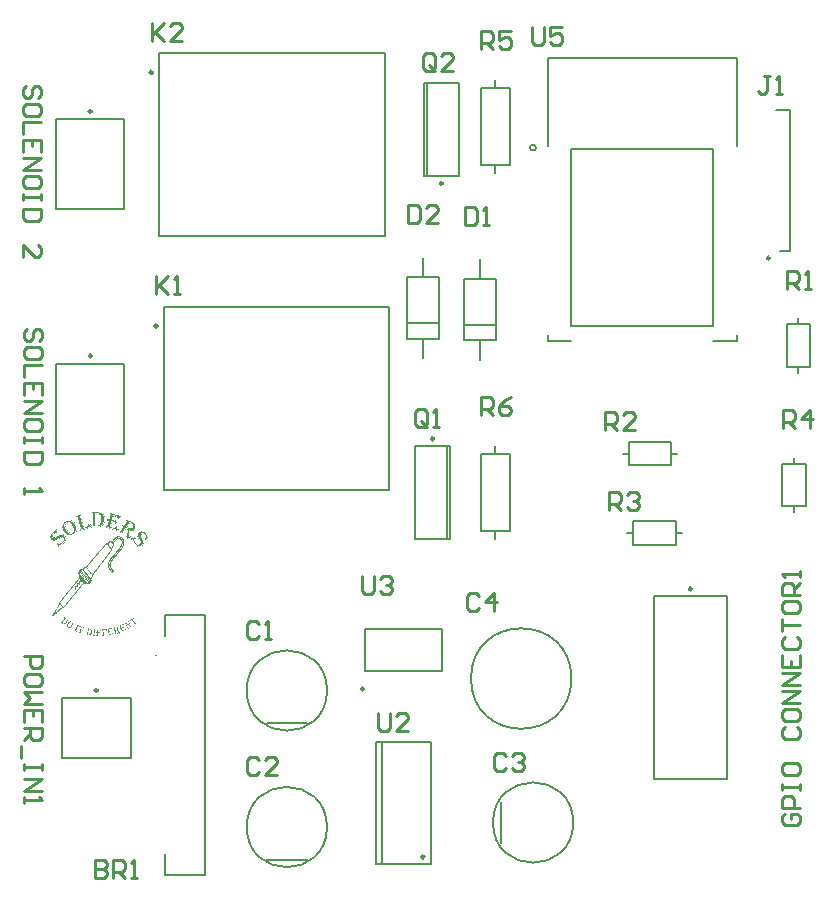
<source format=gto>
G04*
G04 #@! TF.GenerationSoftware,Altium Limited,Altium Designer,24.1.2 (44)*
G04*
G04 Layer_Color=65535*
%FSLAX44Y44*%
%MOMM*%
G71*
G04*
G04 #@! TF.SameCoordinates,B745F531-A7CA-4E96-B01F-91F4E74D0D5B*
G04*
G04*
G04 #@! TF.FilePolarity,Positive*
G04*
G01*
G75*
%ADD10C,0.1000*%
%ADD11C,0.3000*%
%ADD12C,0.1270*%
%ADD13C,0.2500*%
%ADD14C,0.1500*%
%ADD15C,0.2000*%
%ADD16C,0.2540*%
G36*
X84940Y319223D02*
X85510D01*
Y319033D01*
X86079D01*
Y318844D01*
X86838D01*
Y318654D01*
X87407D01*
Y318464D01*
X88166D01*
Y318274D01*
X88735D01*
Y318085D01*
X89304D01*
Y317895D01*
X90063D01*
Y317705D01*
X90632D01*
Y317516D01*
X91201D01*
Y317326D01*
X91960D01*
Y317136D01*
X92529D01*
Y316947D01*
X93098D01*
Y316757D01*
X93667D01*
Y316567D01*
X94426D01*
Y316377D01*
X94806D01*
Y316188D01*
X94616D01*
Y315998D01*
X94237D01*
Y315808D01*
X94047D01*
Y315618D01*
X93857D01*
Y315429D01*
X93667D01*
Y315239D01*
X93478D01*
Y315049D01*
X93288D01*
Y314860D01*
X93098D01*
Y314670D01*
X92909D01*
Y314480D01*
X92719D01*
Y314290D01*
X92529D01*
Y314101D01*
X92339D01*
Y314860D01*
X92150D01*
Y315429D01*
X91960D01*
Y315808D01*
X91770D01*
Y315998D01*
X91581D01*
Y316188D01*
X91391D01*
Y316377D01*
X91011D01*
Y316567D01*
X90632D01*
Y316757D01*
X90253D01*
Y316947D01*
X89683D01*
Y317136D01*
X89114D01*
Y317326D01*
X88355D01*
Y317516D01*
X87786D01*
Y317136D01*
X87597D01*
Y316567D01*
X87407D01*
Y315808D01*
X87217D01*
Y315239D01*
X87027D01*
Y314480D01*
X86838D01*
Y313911D01*
X86648D01*
Y313342D01*
X87217D01*
Y313531D01*
X87407D01*
Y314290D01*
X87597D01*
Y314860D01*
X87786D01*
Y315618D01*
X87976D01*
Y316188D01*
X88166D01*
Y316757D01*
X88355D01*
Y316947D01*
X88545D01*
Y316757D01*
X89304D01*
Y316567D01*
X89873D01*
Y316377D01*
X90442D01*
Y316188D01*
X90822D01*
Y315998D01*
X91201D01*
Y315808D01*
X91391D01*
Y315618D01*
X91581D01*
Y315429D01*
X91770D01*
Y315239D01*
X91960D01*
Y314860D01*
X92150D01*
Y314670D01*
X91960D01*
Y314860D01*
X91770D01*
Y315049D01*
X91581D01*
Y315239D01*
X91391D01*
Y315429D01*
X91201D01*
Y315618D01*
X91011D01*
Y315808D01*
X90632D01*
Y315998D01*
X90063D01*
Y316188D01*
X89494D01*
Y316377D01*
X88925D01*
Y316567D01*
X88355D01*
Y315998D01*
X88166D01*
Y315239D01*
X87976D01*
Y314480D01*
X87786D01*
Y313911D01*
X87597D01*
Y313152D01*
X87976D01*
Y312962D01*
X88545D01*
Y312773D01*
X89494D01*
Y312962D01*
X89683D01*
Y313152D01*
X90063D01*
Y313342D01*
X90253D01*
Y313531D01*
X90442D01*
Y313721D01*
X90822D01*
Y313152D01*
X90632D01*
Y312583D01*
X90442D01*
Y312014D01*
X90253D01*
Y311255D01*
X90063D01*
Y310686D01*
X89873D01*
Y310117D01*
X89683D01*
Y310496D01*
X89494D01*
Y310875D01*
X89304D01*
Y311255D01*
X89114D01*
Y311824D01*
X88925D01*
Y312014D01*
X88166D01*
Y312204D01*
X87597D01*
Y312393D01*
X87027D01*
Y312583D01*
X86269D01*
Y312014D01*
X86079D01*
Y311255D01*
X85889D01*
Y310686D01*
X85699D01*
Y309927D01*
X85510D01*
Y309358D01*
X85320D01*
Y308599D01*
X85130D01*
Y308030D01*
X84940D01*
Y307650D01*
X85130D01*
Y307460D01*
X85510D01*
Y307650D01*
X85699D01*
Y308409D01*
X85889D01*
Y308978D01*
X86079D01*
Y309737D01*
X86269D01*
Y310306D01*
X86458D01*
Y310875D01*
X86648D01*
Y311634D01*
X86838D01*
Y312014D01*
X87407D01*
Y311824D01*
X88166D01*
Y311634D01*
X88545D01*
Y311445D01*
X88925D01*
Y311255D01*
X88355D01*
Y311445D01*
X87786D01*
Y311634D01*
X87027D01*
Y311255D01*
X86838D01*
Y310686D01*
X86648D01*
Y309927D01*
X86458D01*
Y309358D01*
X86269D01*
Y308789D01*
X86079D01*
Y308030D01*
X85889D01*
Y307271D01*
X86458D01*
Y307081D01*
X87217D01*
Y306891D01*
X88166D01*
Y306702D01*
X88735D01*
Y306891D01*
X89494D01*
Y307081D01*
X89873D01*
Y307271D01*
X90063D01*
Y307460D01*
X90253D01*
Y307650D01*
X90632D01*
Y307840D01*
X90822D01*
Y308030D01*
X91011D01*
Y307650D01*
X91201D01*
Y306512D01*
X91391D01*
Y305943D01*
X91581D01*
Y305374D01*
X91770D01*
Y305184D01*
X91960D01*
Y304804D01*
X91391D01*
Y304994D01*
X90822D01*
Y305184D01*
X90253D01*
Y305374D01*
X89494D01*
Y305563D01*
X88925D01*
Y305753D01*
X88355D01*
Y305943D01*
X87786D01*
Y306133D01*
X87027D01*
Y306322D01*
X86458D01*
Y306512D01*
X85889D01*
Y306702D01*
X85130D01*
Y306891D01*
X84561D01*
Y307081D01*
X83992D01*
Y307271D01*
X83233D01*
Y307460D01*
X82664D01*
Y307650D01*
X82095D01*
Y307840D01*
X81525D01*
Y308030D01*
X81905D01*
Y308219D01*
X82474D01*
Y308409D01*
X83043D01*
Y308789D01*
X83233D01*
Y309358D01*
X83423D01*
Y309737D01*
Y309927D01*
X83612D01*
Y310686D01*
X83802D01*
Y311255D01*
X83992D01*
Y311824D01*
X84182D01*
Y312583D01*
X82664D01*
Y312773D01*
X82854D01*
Y312962D01*
X84182D01*
Y312773D01*
X84371D01*
Y313342D01*
X83612D01*
Y313531D01*
X83233D01*
Y313342D01*
X82474D01*
Y313531D01*
X82664D01*
Y313721D01*
X82854D01*
Y313911D01*
X83233D01*
Y314101D01*
X84751D01*
Y314480D01*
X84940D01*
Y315239D01*
X85130D01*
Y315808D01*
X85320D01*
Y316567D01*
X85510D01*
Y317136D01*
X85699D01*
Y318085D01*
X85510D01*
Y318464D01*
X85320D01*
Y318654D01*
X85130D01*
Y318844D01*
X84940D01*
Y319223D01*
X84751D01*
Y319413D01*
X84940D01*
Y319223D01*
D02*
G37*
G36*
X94995Y315429D02*
X94806D01*
Y315239D01*
X94616D01*
Y315049D01*
X94237D01*
Y314860D01*
X94047D01*
Y314670D01*
X93857D01*
Y314480D01*
X93667D01*
Y314290D01*
X93478D01*
Y314101D01*
X93288D01*
Y313911D01*
X93098D01*
Y313721D01*
X92909D01*
Y313531D01*
X92719D01*
Y313911D01*
X92909D01*
Y314101D01*
X93098D01*
Y314290D01*
X93288D01*
Y314480D01*
X93478D01*
Y314670D01*
X93667D01*
Y314860D01*
X93857D01*
Y315049D01*
X94047D01*
Y315239D01*
X94426D01*
Y315429D01*
X94616D01*
Y315618D01*
X94995D01*
Y315429D01*
D02*
G37*
G36*
X82474Y313152D02*
X82284D01*
Y313342D01*
X82474D01*
Y313152D01*
D02*
G37*
G36*
X52119Y312962D02*
X51550D01*
Y313152D01*
X52119D01*
Y312962D01*
D02*
G37*
G36*
X52688Y312773D02*
X52309D01*
Y312962D01*
X52688D01*
Y312773D01*
D02*
G37*
G36*
X91391D02*
X91201D01*
Y312204D01*
X91011D01*
Y311445D01*
X90822D01*
Y310875D01*
X90632D01*
Y310306D01*
X90442D01*
Y309547D01*
X90063D01*
Y309927D01*
X90253D01*
Y310496D01*
X90442D01*
Y310686D01*
Y311255D01*
X90632D01*
Y311824D01*
X90822D01*
Y312583D01*
X91011D01*
Y313152D01*
X91201D01*
Y313531D01*
X91391D01*
Y312773D01*
D02*
G37*
G36*
X99359Y312962D02*
X100497D01*
Y312773D01*
X101256D01*
Y312583D01*
X101636D01*
Y312393D01*
X102205D01*
Y312204D01*
X102584D01*
Y312014D01*
X102964D01*
Y311824D01*
X103343D01*
Y311634D01*
X103723D01*
Y311445D01*
X103912D01*
Y311255D01*
X104292D01*
Y311065D01*
X104481D01*
Y310875D01*
X104671D01*
Y310686D01*
X104861D01*
Y310496D01*
X105240D01*
Y310117D01*
X105430D01*
Y309927D01*
X105620D01*
Y309737D01*
X105809D01*
Y309547D01*
X105999D01*
Y309168D01*
X106189D01*
Y308789D01*
X106379D01*
Y308409D01*
X106568D01*
Y307840D01*
X106758D01*
Y307081D01*
X106568D01*
Y306322D01*
X106379D01*
Y306133D01*
X106189D01*
Y305753D01*
X105809D01*
Y305563D01*
X105620D01*
Y305374D01*
X105240D01*
Y305184D01*
X104671D01*
Y304994D01*
X102964D01*
Y305184D01*
X102395D01*
Y305374D01*
X101825D01*
Y304994D01*
X101636D01*
Y303476D01*
X101446D01*
Y300631D01*
X101636D01*
Y299303D01*
X101825D01*
Y299113D01*
Y298923D01*
Y298354D01*
X102015D01*
Y297975D01*
X101825D01*
Y298164D01*
X101067D01*
Y298354D01*
X99928D01*
Y298544D01*
X98600D01*
Y298734D01*
X98790D01*
Y299113D01*
X98980D01*
Y299682D01*
X99169D01*
Y300061D01*
X99359D01*
Y300631D01*
X99549D01*
Y301200D01*
X99739D01*
Y301769D01*
X99928D01*
Y302338D01*
X100118D01*
Y303097D01*
X100308D01*
Y303856D01*
X100497D01*
Y304994D01*
X100308D01*
Y305184D01*
X100687D01*
Y305753D01*
X100497D01*
Y305943D01*
X100118D01*
Y306133D01*
X99739D01*
Y306322D01*
X99359D01*
Y306512D01*
X98980D01*
Y306702D01*
X98411D01*
Y306512D01*
X98221D01*
Y306322D01*
X98031D01*
Y305943D01*
X97841D01*
Y305753D01*
X97652D01*
Y305374D01*
X97462D01*
Y305184D01*
X97272D01*
Y304804D01*
X97083D01*
Y304615D01*
X96893D01*
Y304235D01*
X96703D01*
Y303856D01*
X96513D01*
Y303666D01*
X96324D01*
Y303287D01*
X96134D01*
Y303097D01*
X96324D01*
Y302338D01*
X96513D01*
Y301959D01*
X96134D01*
Y302148D01*
X95944D01*
Y302338D01*
X95565D01*
Y302528D01*
X95375D01*
Y302718D01*
X94995D01*
Y302907D01*
X94806D01*
Y303097D01*
X94426D01*
Y303287D01*
X94047D01*
Y303476D01*
X93857D01*
Y303666D01*
X93478D01*
Y303856D01*
X93288D01*
Y304046D01*
X92719D01*
Y303856D01*
X92529D01*
Y303666D01*
X92150D01*
Y303856D01*
X91581D01*
Y304046D01*
X90822D01*
Y304235D01*
X90253D01*
Y304425D01*
X89683D01*
Y304615D01*
X88925D01*
Y304804D01*
X88355D01*
Y304994D01*
X87786D01*
Y305184D01*
X87217D01*
Y305374D01*
X86458D01*
Y305563D01*
X85889D01*
Y305753D01*
X85320D01*
Y305943D01*
X84561D01*
Y306133D01*
X83992D01*
Y306322D01*
X83423D01*
Y306512D01*
X82664D01*
Y306702D01*
X82095D01*
Y306891D01*
X81905D01*
Y307081D01*
X82474D01*
Y306891D01*
X83043D01*
Y306702D01*
X83612D01*
Y306512D01*
X84371D01*
Y306322D01*
X84940D01*
Y306133D01*
X85510D01*
Y305943D01*
X86079D01*
Y305753D01*
X86838D01*
Y305563D01*
X87407D01*
Y305374D01*
X87976D01*
Y305184D01*
X88735D01*
Y304994D01*
X89304D01*
Y304804D01*
X89873D01*
Y304615D01*
X90632D01*
Y304425D01*
X91201D01*
Y304235D01*
X91770D01*
Y304046D01*
X92529D01*
Y304235D01*
X92719D01*
Y304804D01*
X92529D01*
Y304994D01*
X92339D01*
Y305374D01*
X92150D01*
Y305943D01*
X91960D01*
Y306322D01*
X91770D01*
Y307271D01*
X91581D01*
Y307460D01*
X91960D01*
Y306702D01*
X92150D01*
Y306133D01*
X92339D01*
Y305563D01*
X92529D01*
Y305374D01*
X92719D01*
Y304994D01*
X92909D01*
Y304615D01*
X93098D01*
Y304235D01*
X94426D01*
Y304425D01*
X94806D01*
Y304804D01*
X94995D01*
Y304994D01*
X95185D01*
Y305374D01*
X95375D01*
Y305753D01*
X95565D01*
Y305943D01*
X95754D01*
Y306322D01*
X95944D01*
Y306512D01*
X96134D01*
Y306891D01*
X96324D01*
Y307081D01*
X95944D01*
Y307271D01*
X95375D01*
Y307460D01*
X95185D01*
Y307650D01*
X95375D01*
Y307460D01*
X95944D01*
Y307271D01*
X96513D01*
Y307460D01*
X96703D01*
Y307650D01*
X96513D01*
Y307840D01*
X96134D01*
Y308030D01*
X95565D01*
Y308219D01*
X95375D01*
Y308409D01*
X95565D01*
Y308599D01*
X95754D01*
Y308789D01*
X95944D01*
Y308978D01*
X96324D01*
Y308789D01*
X96513D01*
Y308599D01*
X96703D01*
Y308409D01*
X97272D01*
Y308789D01*
X97462D01*
Y308978D01*
X97652D01*
Y309168D01*
X97841D01*
Y309547D01*
X98031D01*
Y309927D01*
X98221D01*
Y310117D01*
X98411D01*
Y310496D01*
X98600D01*
Y310686D01*
X98790D01*
Y311065D01*
X98980D01*
Y311255D01*
X99169D01*
Y311634D01*
X99359D01*
Y311824D01*
X99549D01*
Y312393D01*
X99359D01*
Y312773D01*
X99169D01*
Y313152D01*
X99359D01*
Y312962D01*
D02*
G37*
G36*
X74885Y319792D02*
X76213D01*
Y319603D01*
X76782D01*
Y319413D01*
X77352D01*
Y319223D01*
X77731D01*
Y319033D01*
X77921D01*
Y318844D01*
X78111D01*
Y318654D01*
X78490D01*
Y318274D01*
X78870D01*
Y317895D01*
X79059D01*
Y317705D01*
X79249D01*
Y317326D01*
X79439D01*
Y316947D01*
X79628D01*
Y316377D01*
X79818D01*
Y315618D01*
X80008D01*
Y312204D01*
X79818D01*
Y311445D01*
X79628D01*
Y310686D01*
X79439D01*
Y310496D01*
X79249D01*
Y310117D01*
X79059D01*
Y309737D01*
X78870D01*
Y309547D01*
X78680D01*
Y309358D01*
X78490D01*
Y309168D01*
X78300D01*
Y308978D01*
X78111D01*
Y308789D01*
X77731D01*
Y308599D01*
X77541D01*
Y308409D01*
X77162D01*
Y308219D01*
X76593D01*
Y308030D01*
X75644D01*
Y307840D01*
X70332D01*
Y307271D01*
X75075D01*
Y307460D01*
X76403D01*
Y307650D01*
X77162D01*
Y307840D01*
X77541D01*
Y308030D01*
X77921D01*
Y308219D01*
X78300D01*
Y308409D01*
X78490D01*
Y308599D01*
X78680D01*
Y308789D01*
X79059D01*
Y308978D01*
X79249D01*
Y309168D01*
X79439D01*
Y309547D01*
X79628D01*
Y309737D01*
X79818D01*
Y310117D01*
X80008D01*
Y310496D01*
X80197D01*
Y311065D01*
X80387D01*
Y311634D01*
X80577D01*
Y312773D01*
X80767D01*
Y314860D01*
X80577D01*
Y315998D01*
X80387D01*
Y316567D01*
X80197D01*
Y316947D01*
X80008D01*
Y317326D01*
X79818D01*
Y317705D01*
X79628D01*
Y317895D01*
X79439D01*
Y318085D01*
X79249D01*
Y318274D01*
X79059D01*
Y318464D01*
X79249D01*
Y318274D01*
X79628D01*
Y318085D01*
X79818D01*
Y317705D01*
X80008D01*
Y317516D01*
X80197D01*
Y317136D01*
X80387D01*
Y316757D01*
X80577D01*
Y316188D01*
X80767D01*
Y315429D01*
X80956D01*
Y312204D01*
X80767D01*
Y311445D01*
X80577D01*
Y310686D01*
X80387D01*
Y310306D01*
X80197D01*
Y309927D01*
X80008D01*
Y309547D01*
X79818D01*
Y309168D01*
X79628D01*
Y308978D01*
X79439D01*
Y308789D01*
X79249D01*
Y308599D01*
X79059D01*
Y308409D01*
X78870D01*
Y308219D01*
X78490D01*
Y308030D01*
X78300D01*
Y307840D01*
X77731D01*
Y307650D01*
X77352D01*
Y307460D01*
X76593D01*
Y307271D01*
X75644D01*
Y307081D01*
X69763D01*
Y306891D01*
X69004D01*
Y306702D01*
X68435D01*
Y306512D01*
X67676D01*
Y306322D01*
X67107D01*
Y306133D01*
X66348D01*
Y305943D01*
X65779D01*
Y305753D01*
X65020D01*
Y305563D01*
X64451D01*
Y305374D01*
X63692D01*
Y305184D01*
X63123D01*
Y304994D01*
X62364D01*
Y304804D01*
X61795D01*
Y304615D01*
X61036D01*
Y304425D01*
X60467D01*
Y304235D01*
X60087D01*
Y304615D01*
X60846D01*
Y304804D01*
X61415D01*
Y304994D01*
X61985D01*
Y305184D01*
X62743D01*
Y305374D01*
X63313D01*
Y305563D01*
X64071D01*
Y305753D01*
X64830D01*
Y305943D01*
X65399D01*
Y306133D01*
X66158D01*
Y306322D01*
X66727D01*
Y306512D01*
X67297D01*
Y306702D01*
X68056D01*
Y306891D01*
X68814D01*
Y307081D01*
X69384D01*
Y307271D01*
X69953D01*
Y307650D01*
X70142D01*
Y307840D01*
X69763D01*
Y308030D01*
X69953D01*
Y308219D01*
X69573D01*
Y308409D01*
X69384D01*
Y308599D01*
X69194D01*
Y308789D01*
X69004D01*
Y308978D01*
X68625D01*
Y309168D01*
X68435D01*
Y309358D01*
X68245D01*
Y309737D01*
X68056D01*
Y309927D01*
X67866D01*
Y310117D01*
X67676D01*
Y310306D01*
X68056D01*
Y310117D01*
X68245D01*
Y309927D01*
X68435D01*
Y309737D01*
X68625D01*
Y309547D01*
X68814D01*
Y309358D01*
X69004D01*
Y309168D01*
X69194D01*
Y308978D01*
X69384D01*
Y308789D01*
X69573D01*
Y308599D01*
X69763D01*
Y308409D01*
X70522D01*
Y308599D01*
X70711D01*
Y308789D01*
X70901D01*
Y318844D01*
X70711D01*
Y319033D01*
X70522D01*
Y319223D01*
X70332D01*
Y319413D01*
X70142D01*
Y319603D01*
X69953D01*
Y319982D01*
X74885D01*
Y319792D01*
D02*
G37*
G36*
X107327Y306512D02*
X107138D01*
Y306702D01*
Y306891D01*
X107327D01*
Y306512D01*
D02*
G37*
G36*
X107138Y305943D02*
X106948D01*
Y306322D01*
X107138D01*
Y305943D01*
D02*
G37*
G36*
X106948Y305563D02*
X106758D01*
Y305753D01*
Y305943D01*
X106948D01*
Y305563D01*
D02*
G37*
G36*
X98790Y305753D02*
X99169D01*
Y305563D01*
X98790D01*
Y305753D01*
X98600D01*
Y305943D01*
X98790D01*
Y305753D01*
D02*
G37*
G36*
X98600Y305563D02*
Y305374D01*
X98411D01*
Y305753D01*
X98600D01*
Y305563D01*
D02*
G37*
G36*
X99739Y305374D02*
X100118D01*
Y305184D01*
X99739D01*
Y305374D01*
X99359D01*
Y305563D01*
X99739D01*
Y305374D01*
D02*
G37*
G36*
X60656Y317326D02*
X60467D01*
Y317136D01*
X60277D01*
Y316757D01*
X60087D01*
Y316567D01*
X59898D01*
Y316188D01*
X59708D01*
Y315998D01*
X59898D01*
Y315429D01*
X60087D01*
Y314670D01*
X60277D01*
Y314101D01*
X60467D01*
Y313342D01*
X60656D01*
Y312773D01*
X60846D01*
Y312014D01*
X61036D01*
Y311445D01*
X61226D01*
Y310686D01*
X61415D01*
Y310117D01*
X61605D01*
Y309358D01*
X61795D01*
Y308789D01*
X61985D01*
Y308030D01*
X62174D01*
Y307460D01*
X62364D01*
Y306702D01*
X62554D01*
Y306512D01*
X62743D01*
Y306702D01*
X62933D01*
Y307271D01*
X62743D01*
Y308030D01*
X62554D01*
Y308599D01*
X62364D01*
Y309358D01*
X62174D01*
Y309927D01*
X61985D01*
Y310686D01*
X61795D01*
Y311255D01*
X61605D01*
Y312014D01*
X61415D01*
Y312583D01*
X61226D01*
Y313342D01*
X61036D01*
Y313911D01*
X60846D01*
Y314670D01*
X60656D01*
Y315239D01*
X60467D01*
Y315998D01*
X60277D01*
Y316377D01*
X60467D01*
Y316757D01*
X60656D01*
Y316947D01*
X60846D01*
Y317326D01*
X61036D01*
Y317516D01*
X61226D01*
Y317136D01*
X61036D01*
Y316757D01*
X60846D01*
Y316377D01*
X60656D01*
Y315618D01*
X60846D01*
Y315049D01*
X61036D01*
Y314290D01*
X61226D01*
Y313531D01*
X61415D01*
Y312962D01*
X61605D01*
Y312204D01*
X61795D01*
Y311634D01*
X61985D01*
Y311065D01*
X62174D01*
Y310306D01*
X62364D01*
Y309547D01*
X62554D01*
Y308978D01*
X62743D01*
Y308409D01*
X62933D01*
Y307650D01*
X63123D01*
Y307081D01*
X63313D01*
Y306702D01*
X63502D01*
Y306891D01*
X64261D01*
Y307081D01*
X64830D01*
Y307271D01*
X65210D01*
Y307460D01*
X65399D01*
Y307650D01*
X65779D01*
Y307840D01*
X65969D01*
Y308030D01*
X66158D01*
Y308219D01*
X66348D01*
Y308599D01*
X66538D01*
Y309358D01*
X66727D01*
Y310496D01*
X66917D01*
Y310117D01*
X67107D01*
Y309927D01*
X67297D01*
Y309737D01*
X67486D01*
Y309358D01*
X67676D01*
Y309168D01*
X67866D01*
Y308978D01*
X68056D01*
Y308789D01*
X68245D01*
Y308599D01*
X68435D01*
Y308409D01*
X68625D01*
Y308219D01*
X69004D01*
Y308030D01*
X69194D01*
Y307840D01*
X69384D01*
Y307650D01*
X68814D01*
Y307460D01*
X68245D01*
Y307271D01*
X67486D01*
Y307081D01*
X66917D01*
Y306891D01*
X66158D01*
Y306702D01*
X65399D01*
Y306512D01*
X64830D01*
Y306322D01*
X64071D01*
Y306133D01*
X63502D01*
Y305943D01*
X62743D01*
Y305753D01*
X62174D01*
Y305563D01*
X61605D01*
Y305374D01*
X60846D01*
Y305184D01*
X60087D01*
Y304994D01*
X59518D01*
Y305184D01*
X59708D01*
Y305374D01*
X59898D01*
Y305563D01*
X60087D01*
Y305943D01*
X60277D01*
Y306133D01*
X60467D01*
Y306891D01*
X60277D01*
Y307460D01*
X60087D01*
Y308030D01*
X59898D01*
Y308789D01*
X59708D01*
Y309358D01*
X59518D01*
Y310117D01*
X59328D01*
Y310875D01*
X59139D01*
Y311445D01*
X58949D01*
Y312014D01*
X58759D01*
Y312773D01*
X58570D01*
Y313342D01*
X58380D01*
Y314101D01*
X58190D01*
Y314860D01*
X58000D01*
Y315429D01*
X57811D01*
Y315808D01*
X57431D01*
Y315998D01*
X57052D01*
Y316188D01*
X56672D01*
Y316377D01*
X56293D01*
Y316567D01*
X56862D01*
Y316757D01*
X57431D01*
Y316947D01*
X58190D01*
Y317136D01*
X58759D01*
Y317326D01*
X59518D01*
Y317516D01*
X60087D01*
Y317705D01*
X60656D01*
Y317326D01*
D02*
G37*
G36*
X98411Y304994D02*
X98221D01*
Y304804D01*
X98031D01*
Y304994D01*
Y305184D01*
X98221D01*
Y305374D01*
X98411D01*
Y304994D01*
D02*
G37*
G36*
X106758Y305184D02*
X106568D01*
Y304994D01*
X106379D01*
Y304804D01*
X106189D01*
Y304615D01*
X105809D01*
Y304425D01*
X105430D01*
Y304235D01*
X102584D01*
Y303666D01*
X102395D01*
Y304615D01*
X102774D01*
Y304425D01*
X105240D01*
Y304615D01*
X105620D01*
Y304804D01*
X105999D01*
Y304994D01*
X106189D01*
Y305184D01*
X106379D01*
Y305374D01*
X106568D01*
Y305563D01*
X106758D01*
Y305184D01*
D02*
G37*
G36*
X53068Y312583D02*
X53447D01*
Y312393D01*
X53827D01*
Y312204D01*
X54016D01*
Y312014D01*
X54206D01*
Y311824D01*
X54585D01*
Y311634D01*
X54775D01*
Y311445D01*
X54965D01*
Y311255D01*
X55155D01*
Y310875D01*
X55344D01*
Y310686D01*
X55534D01*
Y310496D01*
X55724D01*
Y310306D01*
X55914D01*
Y309927D01*
X56103D01*
Y309737D01*
X56293D01*
Y309547D01*
Y309168D01*
X56483D01*
Y308978D01*
X56672D01*
Y308409D01*
X56862D01*
Y308219D01*
Y308030D01*
X57052D01*
Y307271D01*
X57242D01*
Y304615D01*
Y304425D01*
X57052D01*
Y307271D01*
X56862D01*
Y307650D01*
Y307840D01*
Y308030D01*
X56672D01*
Y308409D01*
X56483D01*
Y308978D01*
X56293D01*
Y309168D01*
X56103D01*
Y309547D01*
X55914D01*
Y309927D01*
X55724D01*
Y310117D01*
X55534D01*
Y310306D01*
Y310496D01*
X55344D01*
Y310686D01*
X55155D01*
Y310875D01*
X54965D01*
Y311065D01*
X54775D01*
Y311255D01*
X54585D01*
Y311445D01*
X54396D01*
Y311634D01*
X54206D01*
Y311824D01*
X54016D01*
Y312014D01*
X53637D01*
Y312204D01*
X53447D01*
Y312393D01*
X53068D01*
Y312583D01*
X52878D01*
Y312773D01*
X53068D01*
Y312583D01*
D02*
G37*
G36*
X98031Y304615D02*
Y304425D01*
X97841D01*
Y304235D01*
X97652D01*
Y304615D01*
X97841D01*
Y304804D01*
X98031D01*
Y304615D01*
D02*
G37*
G36*
X97652Y303856D02*
X97462D01*
Y303666D01*
X97272D01*
Y303856D01*
Y304046D01*
X97462D01*
Y304235D01*
X97652D01*
Y303856D01*
D02*
G37*
G36*
X97272Y303287D02*
X97083D01*
Y303097D01*
X96893D01*
Y303476D01*
X97083D01*
Y303666D01*
X97272D01*
Y303287D01*
D02*
G37*
G36*
X57052Y303666D02*
X56862D01*
Y303287D01*
X56672D01*
Y302907D01*
X56483D01*
Y302718D01*
X56293D01*
Y303097D01*
X56483D01*
Y303476D01*
X56672D01*
Y303666D01*
Y303856D01*
X56862D01*
Y304425D01*
X57052D01*
Y303666D01*
D02*
G37*
G36*
X39977Y305374D02*
X40167D01*
Y304804D01*
X40356D01*
Y304235D01*
X40546D01*
Y303856D01*
X40736D01*
Y303287D01*
X40926D01*
Y302907D01*
X41115D01*
Y302338D01*
X40926D01*
Y302718D01*
X40736D01*
Y303097D01*
X40546D01*
Y303666D01*
X40356D01*
Y304235D01*
X40167D01*
Y304615D01*
X39977D01*
Y305184D01*
X39787D01*
Y305374D01*
Y305563D01*
X39977D01*
Y305374D01*
D02*
G37*
G36*
X102395Y303476D02*
Y302148D01*
X102205D01*
Y303666D01*
X102395D01*
Y303476D01*
D02*
G37*
G36*
X39408Y304615D02*
X39598D01*
Y304046D01*
X39787D01*
Y303666D01*
X39977D01*
Y303287D01*
X40167D01*
Y302907D01*
X40356D01*
Y302528D01*
X40546D01*
Y302148D01*
X39977D01*
Y302338D01*
X39598D01*
Y302528D01*
X38080D01*
Y302338D01*
X37511D01*
Y302148D01*
X37131D01*
Y301959D01*
X36942D01*
Y301769D01*
X36752D01*
Y301579D01*
X36562D01*
Y301390D01*
X36372D01*
Y301200D01*
X36183D01*
Y300820D01*
X35993D01*
Y300441D01*
X35803D01*
Y298923D01*
X35993D01*
Y298544D01*
X36183D01*
Y298354D01*
X36372D01*
Y298164D01*
X36562D01*
Y297975D01*
X37131D01*
Y297785D01*
X37890D01*
Y297975D01*
X38459D01*
Y298164D01*
X38839D01*
Y298354D01*
X39218D01*
Y298544D01*
X39408D01*
Y298734D01*
X39787D01*
Y298923D01*
X39977D01*
Y299113D01*
X40356D01*
Y299303D01*
X40546D01*
Y299492D01*
X40736D01*
Y299682D01*
X41115D01*
Y299872D01*
X41305D01*
Y300061D01*
X41685D01*
Y300251D01*
X41874D01*
Y300441D01*
X42254D01*
Y300631D01*
X42823D01*
Y300820D01*
X43582D01*
Y301010D01*
X44341D01*
Y300820D01*
X45100D01*
Y300631D01*
X45479D01*
Y300441D01*
X45669D01*
Y300251D01*
X46048D01*
Y300061D01*
X46238D01*
Y299872D01*
X46427D01*
Y299492D01*
X46617D01*
Y299303D01*
X46807D01*
Y298923D01*
X46997D01*
Y297975D01*
X47186D01*
Y296836D01*
X46997D01*
Y296077D01*
X46807D01*
Y295698D01*
X46617D01*
Y295319D01*
X46427D01*
Y295129D01*
X46238D01*
Y294749D01*
X46048D01*
Y294560D01*
X45858D01*
Y294370D01*
X45669D01*
Y294180D01*
X45479D01*
Y293990D01*
X45289D01*
Y293801D01*
X45100D01*
Y293611D01*
X44910D01*
Y293421D01*
X44720D01*
Y293232D01*
X44530D01*
Y293042D01*
X44151D01*
Y292852D01*
X43961D01*
Y292663D01*
X43582D01*
Y292473D01*
X43392D01*
Y292283D01*
X43202D01*
Y292093D01*
X42823D01*
Y291904D01*
X42633D01*
Y291714D01*
X42443D01*
Y291524D01*
X42254D01*
Y291334D01*
X42064D01*
Y291145D01*
X41874D01*
Y290765D01*
X41685D01*
Y290196D01*
X41495D01*
Y290576D01*
X41305D01*
Y291334D01*
X41115D01*
Y291904D01*
X40926D01*
Y292283D01*
X40736D01*
Y292852D01*
X40546D01*
Y293232D01*
X40356D01*
Y293421D01*
X40167D01*
Y293801D01*
X40356D01*
Y293611D01*
X40736D01*
Y293421D01*
X41305D01*
Y293232D01*
X43202D01*
Y293421D01*
X43772D01*
Y293611D01*
X43961D01*
Y293801D01*
X43582D01*
Y293990D01*
X43961D01*
Y293801D01*
X44341D01*
Y293990D01*
X44530D01*
Y294180D01*
X44720D01*
Y294370D01*
X44910D01*
Y294560D01*
X45100D01*
Y294749D01*
X45289D01*
Y294939D01*
X45479D01*
Y295129D01*
X45669D01*
Y295508D01*
X45858D01*
Y295888D01*
X46048D01*
Y296267D01*
X46238D01*
Y297405D01*
X46048D01*
Y297975D01*
X45858D01*
Y298164D01*
X45669D01*
Y298354D01*
X45479D01*
Y298544D01*
X45289D01*
Y298734D01*
X44720D01*
Y298923D01*
X43392D01*
Y298734D01*
X43013D01*
Y298544D01*
X42633D01*
Y298354D01*
X42254D01*
Y298164D01*
X42064D01*
Y297975D01*
X41685D01*
Y297785D01*
X41495D01*
Y297595D01*
X41115D01*
Y297405D01*
X40926D01*
Y297216D01*
X40736D01*
Y297026D01*
X40356D01*
Y296836D01*
X40167D01*
Y296646D01*
X39977D01*
Y296457D01*
X39598D01*
Y296267D01*
X39408D01*
Y296077D01*
X38839D01*
Y295888D01*
X38270D01*
Y295698D01*
X37131D01*
Y295888D01*
X36562D01*
Y296077D01*
X36183D01*
Y296267D01*
X35803D01*
Y296457D01*
X35614D01*
Y296646D01*
X35424D01*
Y296836D01*
X35234D01*
Y297216D01*
X35044D01*
Y297595D01*
X34855D01*
Y297975D01*
X34665D01*
Y299872D01*
X34855D01*
Y300441D01*
X35044D01*
Y300820D01*
X35234D01*
Y301010D01*
X35424D01*
Y301390D01*
X35614D01*
Y301579D01*
X35803D01*
Y301769D01*
X35993D01*
Y301959D01*
X36183D01*
Y302148D01*
X36372D01*
Y302338D01*
X36562D01*
Y302528D01*
X36752D01*
Y302718D01*
X36942D01*
Y302907D01*
X37131D01*
Y303097D01*
X37321D01*
Y303287D01*
X37701D01*
Y303476D01*
X37890D01*
Y303666D01*
X38080D01*
Y303856D01*
X38459D01*
Y304046D01*
X38649D01*
Y304235D01*
X38839D01*
Y304425D01*
X39028D01*
Y304804D01*
X39218D01*
Y305184D01*
X39408D01*
Y304615D01*
D02*
G37*
G36*
X96893Y301959D02*
X96703D01*
Y303097D01*
X96893D01*
Y301959D01*
D02*
G37*
G36*
X39408Y302148D02*
X38649D01*
Y301959D01*
X38270D01*
Y301769D01*
X37890D01*
Y301579D01*
X37511D01*
Y301769D01*
X37701D01*
Y301959D01*
X38080D01*
Y302148D01*
X38459D01*
Y302338D01*
X39408D01*
Y302148D01*
D02*
G37*
G36*
X112450Y301390D02*
X112070D01*
Y301579D01*
X112450D01*
Y301390D01*
D02*
G37*
G36*
X56293Y302338D02*
X56103D01*
Y302148D01*
X55914D01*
Y301959D01*
X55724D01*
Y301769D01*
X55534D01*
Y301579D01*
X55344D01*
Y301390D01*
X54965D01*
Y301579D01*
X55155D01*
Y301769D01*
X55344D01*
Y301959D01*
X55534D01*
Y302148D01*
X55724D01*
Y302338D01*
X55914D01*
Y302528D01*
X56103D01*
Y302718D01*
X56293D01*
Y302338D01*
D02*
G37*
G36*
X44910Y301390D02*
X44341D01*
Y301579D01*
X44910D01*
Y301390D01*
D02*
G37*
G36*
X37511D02*
X37321D01*
Y301200D01*
X37131D01*
Y301390D01*
Y301579D01*
X37511D01*
Y301390D01*
D02*
G37*
G36*
X112070Y301200D02*
X111881D01*
Y301010D01*
X111691D01*
Y301390D01*
X112070D01*
Y301200D01*
D02*
G37*
G36*
X54965D02*
X54775D01*
Y301010D01*
X54396D01*
Y301200D01*
X54585D01*
Y301390D01*
X54965D01*
Y301200D01*
D02*
G37*
G36*
X37131Y301010D02*
X36942D01*
Y301200D01*
X37131D01*
Y301010D01*
D02*
G37*
G36*
X54396Y300820D02*
X54016D01*
Y301010D01*
X54396D01*
Y300820D01*
D02*
G37*
G36*
X111691D02*
Y300631D01*
X111501D01*
Y301010D01*
X111691D01*
Y300820D01*
D02*
G37*
G36*
X54016Y300631D02*
X53637D01*
Y300820D01*
X54016D01*
Y300631D01*
D02*
G37*
G36*
X50791Y312583D02*
X51740D01*
Y312393D01*
X52119D01*
Y312204D01*
X52498D01*
Y312014D01*
X52878D01*
Y311824D01*
X53068D01*
Y311634D01*
X53447D01*
Y311445D01*
X53637D01*
Y311255D01*
X53827D01*
Y311065D01*
X54016D01*
Y310875D01*
X54206D01*
Y310686D01*
X54396D01*
Y310496D01*
X54585D01*
Y310306D01*
X54775D01*
Y309927D01*
X54965D01*
Y309737D01*
X55155D01*
Y309358D01*
X55344D01*
Y309168D01*
X55534D01*
Y308789D01*
X55724D01*
Y308409D01*
X55914D01*
Y308030D01*
X56103D01*
Y307460D01*
X56293D01*
Y306702D01*
X56483D01*
Y304994D01*
X56293D01*
Y304046D01*
X56103D01*
Y303666D01*
X55914D01*
Y303287D01*
X55724D01*
Y303097D01*
X55534D01*
Y302718D01*
X55344D01*
Y302528D01*
X55155D01*
Y302338D01*
X54965D01*
Y302148D01*
X54775D01*
Y301959D01*
X54396D01*
Y301769D01*
X54206D01*
Y301579D01*
X54016D01*
Y301390D01*
X53637D01*
Y301200D01*
X53257D01*
Y301010D01*
X52688D01*
Y300820D01*
X51929D01*
Y300631D01*
X50222D01*
Y300820D01*
X49463D01*
Y301010D01*
X48894D01*
Y301200D01*
X48514D01*
Y301390D01*
X48325D01*
Y301579D01*
X47945D01*
Y301769D01*
X47756D01*
Y301959D01*
X47566D01*
Y302148D01*
X47186D01*
Y302528D01*
X46997D01*
Y302718D01*
X46807D01*
Y302907D01*
X46617D01*
Y303097D01*
X46427D01*
Y303287D01*
X46238D01*
Y303666D01*
X46048D01*
Y304046D01*
X45858D01*
Y304235D01*
X45669D01*
Y304615D01*
X45479D01*
Y305184D01*
X45289D01*
Y305563D01*
X45100D01*
Y306512D01*
X44910D01*
Y308409D01*
X45100D01*
Y309168D01*
X45289D01*
Y309737D01*
X45479D01*
Y309927D01*
X45669D01*
Y310306D01*
X45858D01*
Y310496D01*
X46048D01*
Y310686D01*
X46238D01*
Y311065D01*
X46617D01*
Y311255D01*
X46807D01*
Y311445D01*
X46997D01*
Y311634D01*
X47186D01*
Y311824D01*
X47566D01*
Y312014D01*
X47756D01*
Y312204D01*
X48325D01*
Y312393D01*
X48704D01*
Y312583D01*
X49463D01*
Y312773D01*
X50791D01*
Y312583D01*
D02*
G37*
G36*
X93288Y303097D02*
X93667D01*
Y302907D01*
X93857D01*
Y302718D01*
X94237D01*
Y302528D01*
X94426D01*
Y302338D01*
X94806D01*
Y302148D01*
X94995D01*
Y301959D01*
X95375D01*
Y301769D01*
X95565D01*
Y301579D01*
X95944D01*
Y301390D01*
X96134D01*
Y301200D01*
X96513D01*
Y301010D01*
X96703D01*
Y300820D01*
X96893D01*
Y301769D01*
X97083D01*
Y301010D01*
X97272D01*
Y300820D01*
Y300631D01*
Y300441D01*
X97083D01*
Y300631D01*
X96703D01*
Y300820D01*
X96513D01*
Y301010D01*
X96134D01*
Y301200D01*
X95944D01*
Y301390D01*
X95565D01*
Y301579D01*
X95375D01*
Y301769D01*
X94995D01*
Y301959D01*
X94806D01*
Y302148D01*
X94426D01*
Y302338D01*
X94047D01*
Y302528D01*
X93857D01*
Y302718D01*
X93478D01*
Y302907D01*
X93288D01*
Y303097D01*
X93098D01*
Y303287D01*
X93288D01*
Y303097D01*
D02*
G37*
G36*
X53447Y300441D02*
X53068D01*
Y300631D01*
X53447D01*
Y300441D01*
D02*
G37*
G36*
X111501Y299682D02*
X111311D01*
Y299872D01*
Y300061D01*
Y300631D01*
X111501D01*
Y299682D01*
D02*
G37*
G36*
X102395Y300061D02*
Y299872D01*
Y299682D01*
X102205D01*
Y301200D01*
X102395D01*
Y300061D01*
D02*
G37*
G36*
X102584Y298734D02*
X102395D01*
Y299113D01*
Y299303D01*
Y299492D01*
X102584D01*
Y298734D01*
D02*
G37*
G36*
X113209Y301579D02*
X113778D01*
Y301390D01*
X113967D01*
Y301200D01*
X114157D01*
Y301010D01*
X114347D01*
Y300820D01*
X114537D01*
Y300631D01*
X114726D01*
Y300251D01*
X114916D01*
Y299872D01*
X115106D01*
Y298354D01*
X114916D01*
Y299682D01*
X114726D01*
Y300061D01*
X114537D01*
Y300251D01*
Y300441D01*
X114347D01*
Y300820D01*
X114157D01*
Y301010D01*
X113967D01*
Y301200D01*
X113588D01*
Y301390D01*
X113209D01*
Y301579D01*
X112450D01*
Y301769D01*
X113209D01*
Y301579D01*
D02*
G37*
G36*
X36942Y300631D02*
X36752D01*
Y300251D01*
X36562D01*
Y299492D01*
X36752D01*
Y299113D01*
X36942D01*
Y298734D01*
X37321D01*
Y298544D01*
X38649D01*
Y298354D01*
X37321D01*
Y298544D01*
X36942D01*
Y298734D01*
X36752D01*
Y298923D01*
X36562D01*
Y299303D01*
X36372D01*
Y300441D01*
X36562D01*
Y300820D01*
X36752D01*
Y301010D01*
X36942D01*
Y300631D01*
D02*
G37*
G36*
X102774Y298164D02*
X102584D01*
Y298544D01*
X102774D01*
Y298164D01*
D02*
G37*
G36*
X99169Y297785D02*
X98790D01*
Y297975D01*
X99169D01*
Y297785D01*
D02*
G37*
G36*
X100687Y297595D02*
X99359D01*
Y297785D01*
X100687D01*
Y297595D01*
D02*
G37*
G36*
X44341Y298354D02*
X43772D01*
Y298164D01*
X43392D01*
Y297975D01*
X43013D01*
Y297785D01*
X42823D01*
Y297595D01*
X42443D01*
Y297785D01*
X42633D01*
Y297975D01*
X42823D01*
Y298164D01*
X43202D01*
Y298354D01*
X43582D01*
Y298544D01*
X44341D01*
Y298354D01*
D02*
G37*
G36*
X106948Y297595D02*
X106758D01*
Y297405D01*
X106568D01*
Y297785D01*
X106948D01*
Y297595D01*
D02*
G37*
G36*
X112639Y303476D02*
X113209D01*
Y303287D01*
X113778D01*
Y303097D01*
X113967D01*
Y302907D01*
X114347D01*
Y302718D01*
X114537D01*
Y302528D01*
X114726D01*
Y302338D01*
X114916D01*
Y302148D01*
X115106D01*
Y301959D01*
X115295D01*
Y301579D01*
X115485D01*
Y301390D01*
X115675D01*
Y301010D01*
X115865D01*
Y300820D01*
X116054D01*
Y300441D01*
X116244D01*
Y300061D01*
X116434D01*
Y299682D01*
X116623D01*
Y299303D01*
X116813D01*
Y298923D01*
X117003D01*
Y298734D01*
X117193D01*
Y298544D01*
X117382D01*
Y298354D01*
X117572D01*
Y298164D01*
X117951D01*
Y297975D01*
X117193D01*
Y297785D01*
X116434D01*
Y297595D01*
X115675D01*
Y297405D01*
X115106D01*
Y297216D01*
X114726D01*
Y297405D01*
X114916D01*
Y297785D01*
X115106D01*
Y298164D01*
X115295D01*
Y298734D01*
X115485D01*
Y300061D01*
X115295D01*
Y300631D01*
X115106D01*
Y301010D01*
X114916D01*
Y301200D01*
X114726D01*
Y301390D01*
X114537D01*
Y301579D01*
X114347D01*
Y301769D01*
X114157D01*
Y301959D01*
X113967D01*
Y302148D01*
X113588D01*
Y302338D01*
X113019D01*
Y302528D01*
X112450D01*
Y302338D01*
X111881D01*
Y302148D01*
X111691D01*
Y301959D01*
X111501D01*
Y301769D01*
X111311D01*
Y301579D01*
X111122D01*
Y301010D01*
X110932D01*
Y300251D01*
X111122D01*
Y299492D01*
X111311D01*
Y299113D01*
X111501D01*
Y298734D01*
X111691D01*
Y298354D01*
X111881D01*
Y297975D01*
X112070D01*
Y297595D01*
X112260D01*
Y297216D01*
X112450D01*
Y296836D01*
X112639D01*
Y296457D01*
X112829D01*
Y295888D01*
X113019D01*
Y294939D01*
X113209D01*
Y293801D01*
X113019D01*
Y293232D01*
X112829D01*
Y292852D01*
X112639D01*
Y292663D01*
X112450D01*
Y292283D01*
X112260D01*
Y292093D01*
X111881D01*
Y291904D01*
X111691D01*
Y291714D01*
X111311D01*
Y291524D01*
X110932D01*
Y291334D01*
X108845D01*
Y291524D01*
X108466D01*
Y291714D01*
X107896D01*
Y291904D01*
X107707D01*
Y292093D01*
X107327D01*
Y292283D01*
X107138D01*
Y292473D01*
X106948D01*
Y292663D01*
X106758D01*
Y292852D01*
X106568D01*
Y293042D01*
X106379D01*
Y293232D01*
X106189D01*
Y293611D01*
X105999D01*
Y293801D01*
X105809D01*
Y294180D01*
X105620D01*
Y294370D01*
X105430D01*
Y294749D01*
X105240D01*
Y295129D01*
X105051D01*
Y295508D01*
X104861D01*
Y295888D01*
X104671D01*
Y296267D01*
X104481D01*
Y296646D01*
X104292D01*
Y296836D01*
X104102D01*
Y297216D01*
X103912D01*
Y297405D01*
X103533D01*
Y297595D01*
X103343D01*
Y297785D01*
X103153D01*
Y297975D01*
X102964D01*
Y298164D01*
X103153D01*
Y297975D01*
X103343D01*
Y298164D01*
X104481D01*
Y298354D01*
X105240D01*
Y298544D01*
X105809D01*
Y298734D01*
X106379D01*
Y298923D01*
X106568D01*
Y298544D01*
X106379D01*
Y298354D01*
X106189D01*
Y297975D01*
X105999D01*
Y297595D01*
X105809D01*
Y297026D01*
X105620D01*
Y295888D01*
X105809D01*
Y295129D01*
X105999D01*
Y294749D01*
X106189D01*
Y294370D01*
X106379D01*
Y294180D01*
X106568D01*
Y293801D01*
X106758D01*
Y293611D01*
X106948D01*
Y293421D01*
X107138D01*
Y293232D01*
X107327D01*
Y293042D01*
X107517D01*
Y292852D01*
X107896D01*
Y292663D01*
X108086D01*
Y292473D01*
X108655D01*
Y292283D01*
X109604D01*
Y292473D01*
X109983D01*
Y292663D01*
X110363D01*
Y292852D01*
X110553D01*
Y293042D01*
X110742D01*
Y293421D01*
X110932D01*
Y293801D01*
X111122D01*
Y295319D01*
X110932D01*
Y295888D01*
X110742D01*
Y296267D01*
X110553D01*
Y296646D01*
X110363D01*
Y297026D01*
X110173D01*
Y297405D01*
X109983D01*
Y297785D01*
X109794D01*
Y297975D01*
X109604D01*
Y298354D01*
X109414D01*
Y298923D01*
X109225D01*
Y299303D01*
X109035D01*
Y300061D01*
X108845D01*
Y301200D01*
X109035D01*
Y301769D01*
X109225D01*
Y302148D01*
X109414D01*
Y302338D01*
X109604D01*
Y302528D01*
X109794D01*
Y302718D01*
X109983D01*
Y302907D01*
X110173D01*
Y303097D01*
X110363D01*
Y303287D01*
X110742D01*
Y303476D01*
X111122D01*
Y303666D01*
X112639D01*
Y303476D01*
D02*
G37*
G36*
X102964Y297595D02*
X103153D01*
Y297216D01*
X103343D01*
Y296836D01*
X103533D01*
Y296646D01*
X103723D01*
Y296457D01*
X103912D01*
Y296077D01*
X104102D01*
Y295888D01*
X104292D01*
Y295508D01*
X104481D01*
Y295319D01*
Y295129D01*
X104671D01*
Y294749D01*
X104861D01*
Y294560D01*
Y294370D01*
X105051D01*
Y293990D01*
X105240D01*
Y293801D01*
X105430D01*
Y293421D01*
X105620D01*
Y293232D01*
X105809D01*
Y292852D01*
X105999D01*
Y292663D01*
X106189D01*
Y292473D01*
X106379D01*
Y292283D01*
X106568D01*
Y292093D01*
X106758D01*
Y291904D01*
X106948D01*
Y291714D01*
X107138D01*
Y291524D01*
X107517D01*
Y291334D01*
X107896D01*
Y291145D01*
X108276D01*
Y290955D01*
X108845D01*
Y290765D01*
X111122D01*
Y290955D01*
X111501D01*
Y291145D01*
X111881D01*
Y291334D01*
X112260D01*
Y291145D01*
X112070D01*
Y290955D01*
X111691D01*
Y290765D01*
X111311D01*
Y290576D01*
X110553D01*
Y290386D01*
X110363D01*
Y290576D01*
X108845D01*
Y290765D01*
X108086D01*
Y290955D01*
X107707D01*
Y291145D01*
X107517D01*
Y291334D01*
X107138D01*
Y291524D01*
X106948D01*
Y291714D01*
X106758D01*
Y291904D01*
X106568D01*
Y292093D01*
X106379D01*
Y292283D01*
X105999D01*
Y292663D01*
X105809D01*
Y292852D01*
X105620D01*
Y293042D01*
X105430D01*
Y293232D01*
X105240D01*
Y293611D01*
X105051D01*
Y293990D01*
X104861D01*
Y294370D01*
X104671D01*
Y294749D01*
X104481D01*
Y294939D01*
Y295129D01*
X104292D01*
Y295508D01*
X104102D01*
Y295698D01*
X103912D01*
Y296077D01*
X103723D01*
Y296267D01*
X103533D01*
Y296457D01*
X103343D01*
Y296646D01*
X103153D01*
Y296836D01*
X102964D01*
Y297026D01*
X102395D01*
Y297216D01*
X101636D01*
Y297405D01*
X100877D01*
Y297595D01*
X101636D01*
Y297405D01*
X102395D01*
Y297216D01*
X102584D01*
Y297405D01*
X102964D01*
Y297595D01*
X102774D01*
Y297975D01*
X102964D01*
Y297595D01*
D02*
G37*
G36*
X42443Y297405D02*
X42254D01*
Y297216D01*
X41874D01*
Y297405D01*
X42064D01*
Y297595D01*
X42443D01*
Y297405D01*
D02*
G37*
G36*
X106568Y297026D02*
X106379D01*
Y297216D01*
Y297405D01*
X106568D01*
Y297026D01*
D02*
G37*
G36*
X118141Y297216D02*
X117382D01*
Y297026D01*
X116623D01*
Y296836D01*
X115675D01*
Y296646D01*
X114916D01*
Y296836D01*
X115485D01*
Y297026D01*
X116244D01*
Y297216D01*
X117003D01*
Y297405D01*
X117951D01*
Y297595D01*
X118141D01*
Y297216D01*
D02*
G37*
G36*
X41874Y297026D02*
X41685D01*
Y296836D01*
X41495D01*
Y296646D01*
X41115D01*
Y296836D01*
X41305D01*
Y297026D01*
X41495D01*
Y297216D01*
X41874D01*
Y297026D01*
D02*
G37*
G36*
X41115Y296457D02*
X40926D01*
Y296267D01*
X40736D01*
Y296077D01*
X40356D01*
Y295888D01*
X39977D01*
Y296077D01*
X40167D01*
Y296267D01*
X40546D01*
Y296457D01*
X40736D01*
Y296646D01*
X41115D01*
Y296457D01*
D02*
G37*
G36*
X106379Y296267D02*
X106189D01*
Y295698D01*
X105999D01*
Y295888D01*
Y296077D01*
Y296457D01*
X106189D01*
Y297026D01*
X106379D01*
Y296267D01*
D02*
G37*
G36*
X45669Y301200D02*
X46238D01*
Y301010D01*
X46427D01*
Y300820D01*
X46617D01*
Y300631D01*
X46807D01*
Y300441D01*
X46997D01*
Y300251D01*
X47186D01*
Y300061D01*
X47376D01*
Y299682D01*
X47566D01*
Y299303D01*
X47756D01*
Y298734D01*
X47945D01*
Y296646D01*
X47756D01*
Y295888D01*
X47566D01*
Y295508D01*
X47376D01*
Y296077D01*
X47566D01*
Y296836D01*
X47756D01*
Y298544D01*
X47566D01*
Y299113D01*
X47376D01*
Y299492D01*
X47186D01*
Y299872D01*
X46997D01*
Y300251D01*
X46807D01*
Y300441D01*
X46617D01*
Y300631D01*
X46238D01*
Y300820D01*
X46048D01*
Y301010D01*
X45669D01*
Y301200D01*
X45100D01*
Y301390D01*
X45669D01*
Y301200D01*
D02*
G37*
G36*
X39977Y295698D02*
X39787D01*
Y295508D01*
X39408D01*
Y295319D01*
X38270D01*
Y295508D01*
X39218D01*
Y295698D01*
X39598D01*
Y295888D01*
X39977D01*
Y295698D01*
D02*
G37*
G36*
X106379Y294939D02*
X106189D01*
Y295319D01*
X106379D01*
Y294939D01*
D02*
G37*
G36*
X47376Y295129D02*
X47186D01*
Y294749D01*
X46997D01*
Y294560D01*
X46807D01*
Y294939D01*
X46997D01*
Y295319D01*
X47186D01*
Y295508D01*
X47376D01*
Y295129D01*
D02*
G37*
G36*
X108466Y299492D02*
X108655D01*
Y298923D01*
X108845D01*
Y298544D01*
X109035D01*
Y298164D01*
X109225D01*
Y297785D01*
X109414D01*
Y297405D01*
X109604D01*
Y297026D01*
X109794D01*
Y296646D01*
X109983D01*
Y296267D01*
X110173D01*
Y295888D01*
X110363D01*
Y295508D01*
X110553D01*
Y294939D01*
X110742D01*
Y293611D01*
X110553D01*
Y294180D01*
Y294370D01*
Y294939D01*
X110363D01*
Y295319D01*
X110173D01*
Y295698D01*
X109983D01*
Y296077D01*
X109794D01*
Y296457D01*
X109604D01*
Y296836D01*
X109414D01*
Y297026D01*
Y297216D01*
X109225D01*
Y297595D01*
X109035D01*
Y297975D01*
X108845D01*
Y298354D01*
X108655D01*
Y298734D01*
X108466D01*
Y299303D01*
X108276D01*
Y300441D01*
X108466D01*
Y299492D01*
D02*
G37*
G36*
X41495Y293990D02*
X42064D01*
Y293801D01*
X43202D01*
Y293611D01*
X41874D01*
Y293801D01*
X41495D01*
Y293990D01*
X41115D01*
Y294180D01*
X41495D01*
Y293990D01*
D02*
G37*
G36*
X113588Y293042D02*
X113398D01*
Y293421D01*
X113588D01*
Y293042D01*
D02*
G37*
G36*
X46807Y294180D02*
X46617D01*
Y293990D01*
X46427D01*
Y293801D01*
X46238D01*
Y293611D01*
X46048D01*
Y293421D01*
X45858D01*
Y293232D01*
X45669D01*
Y293042D01*
X45289D01*
Y293232D01*
X45479D01*
Y293421D01*
X45669D01*
Y293611D01*
X45858D01*
Y293801D01*
X46048D01*
Y293990D01*
X46238D01*
Y294180D01*
X46427D01*
Y294370D01*
X46617D01*
Y294560D01*
X46807D01*
Y294180D01*
D02*
G37*
G36*
X45289Y292852D02*
X45100D01*
Y293042D01*
X45289D01*
Y292852D01*
D02*
G37*
G36*
X113398Y292663D02*
Y292473D01*
X113209D01*
Y292852D01*
X113398D01*
Y292663D01*
D02*
G37*
G36*
X45100D02*
X44910D01*
Y292473D01*
X44530D01*
Y292663D01*
X44720D01*
Y292852D01*
X45100D01*
Y292663D01*
D02*
G37*
G36*
X44530Y292283D02*
X44341D01*
Y292473D01*
X44530D01*
Y292283D01*
D02*
G37*
G36*
X113209Y292093D02*
X113019D01*
Y292283D01*
Y292473D01*
X113209D01*
Y292093D01*
D02*
G37*
G36*
X113019Y291904D02*
X112829D01*
Y292093D01*
X113019D01*
Y291904D01*
D02*
G37*
G36*
X44341Y292093D02*
X44151D01*
Y291904D01*
X43772D01*
Y292093D01*
X43961D01*
Y292283D01*
X44341D01*
Y292093D01*
D02*
G37*
G36*
X43772Y291714D02*
X43582D01*
Y291904D01*
X43772D01*
Y291714D01*
D02*
G37*
G36*
X43582Y291524D02*
X43392D01*
Y291714D01*
X43582D01*
Y291524D01*
D02*
G37*
G36*
X112829D02*
X112639D01*
Y291334D01*
X112260D01*
Y291524D01*
X112450D01*
Y291714D01*
X112639D01*
Y291904D01*
X112829D01*
Y291524D01*
D02*
G37*
G36*
X43392Y291334D02*
X43202D01*
Y291145D01*
X43013D01*
Y290955D01*
X42823D01*
Y290765D01*
X42633D01*
Y291145D01*
X42823D01*
Y291334D01*
X43013D01*
Y291524D01*
X43392D01*
Y291334D01*
D02*
G37*
G36*
X42633Y290386D02*
X42443D01*
Y290006D01*
X42254D01*
Y290576D01*
X42443D01*
Y290765D01*
X42633D01*
Y290386D01*
D02*
G37*
G36*
X93478Y299492D02*
X94047D01*
Y299303D01*
X94616D01*
Y299113D01*
X94995D01*
Y298923D01*
X95185D01*
Y298734D01*
X95565D01*
Y298544D01*
X95754D01*
Y298354D01*
X95944D01*
Y297975D01*
X96134D01*
Y297785D01*
X96324D01*
Y297595D01*
X96513D01*
Y297216D01*
X96703D01*
Y296646D01*
X96893D01*
Y295888D01*
X97083D01*
Y295319D01*
X97272D01*
Y293232D01*
X97083D01*
Y292473D01*
X96893D01*
Y291714D01*
X96703D01*
Y291145D01*
X96513D01*
Y290576D01*
X96324D01*
Y290196D01*
X96134D01*
Y289817D01*
X95944D01*
Y289627D01*
X95754D01*
Y289247D01*
X95565D01*
Y289058D01*
X95375D01*
Y288868D01*
X95185D01*
Y288489D01*
X94995D01*
Y288299D01*
X94806D01*
Y288109D01*
X94616D01*
Y287920D01*
X94426D01*
Y287540D01*
X94237D01*
Y287350D01*
X94047D01*
Y287161D01*
X93857D01*
Y286971D01*
X93667D01*
Y286591D01*
X93478D01*
Y286402D01*
X93288D01*
Y286212D01*
X93098D01*
Y286022D01*
X92909D01*
Y285833D01*
X92719D01*
Y285453D01*
X92529D01*
Y285263D01*
X92339D01*
Y285074D01*
X92150D01*
Y284884D01*
X91960D01*
Y284694D01*
X91770D01*
Y284315D01*
X91581D01*
Y284125D01*
X91391D01*
Y283935D01*
X91201D01*
Y283556D01*
X91011D01*
Y283366D01*
X90822D01*
Y283176D01*
X90632D01*
Y282987D01*
X90442D01*
Y282797D01*
X90253D01*
Y282418D01*
X90063D01*
Y282228D01*
X89873D01*
Y282038D01*
X89683D01*
Y281849D01*
X89494D01*
Y281659D01*
X89304D01*
Y281469D01*
X89114D01*
Y281090D01*
X88925D01*
Y280900D01*
X88735D01*
Y280710D01*
X88545D01*
Y280331D01*
X88355D01*
Y280141D01*
X88166D01*
Y279951D01*
X87976D01*
Y279762D01*
X87786D01*
Y279572D01*
X87597D01*
Y279192D01*
X87407D01*
Y279003D01*
X87217D01*
Y278813D01*
X87027D01*
Y278623D01*
X86838D01*
Y278244D01*
X86648D01*
Y277864D01*
X86458D01*
Y277675D01*
X86269D01*
Y277295D01*
X86079D01*
Y276726D01*
X85889D01*
Y276157D01*
X85699D01*
Y273880D01*
X85889D01*
Y273501D01*
X86079D01*
Y273311D01*
X86269D01*
Y272932D01*
X86458D01*
Y272742D01*
X86648D01*
Y272362D01*
X86838D01*
Y272173D01*
X87027D01*
Y271793D01*
X87217D01*
Y271604D01*
X87407D01*
Y271414D01*
X87597D01*
Y271224D01*
X87786D01*
Y271035D01*
X87976D01*
Y270845D01*
X88166D01*
Y270655D01*
X88355D01*
Y270465D01*
X88545D01*
Y269896D01*
X88735D01*
Y269517D01*
X88545D01*
Y269137D01*
X88355D01*
Y268948D01*
X88166D01*
Y268758D01*
X87976D01*
Y268568D01*
X87786D01*
Y268379D01*
X87027D01*
Y268568D01*
X86838D01*
Y268758D01*
X86648D01*
Y268948D01*
X86458D01*
Y269327D01*
X86269D01*
Y269517D01*
X86079D01*
Y269706D01*
X85889D01*
Y269896D01*
X85699D01*
Y270086D01*
X85510D01*
Y270465D01*
X85320D01*
Y270655D01*
X85130D01*
Y270845D01*
X84940D01*
Y271035D01*
X84751D01*
Y271224D01*
X84561D01*
Y271793D01*
X84371D01*
Y271983D01*
X84182D01*
Y272362D01*
X83992D01*
Y272742D01*
X83802D01*
Y273501D01*
X83612D01*
Y276536D01*
X83802D01*
Y277485D01*
X83992D01*
Y277864D01*
X84182D01*
Y278434D01*
X84371D01*
Y278813D01*
X84561D01*
Y279192D01*
X84751D01*
Y279572D01*
X84940D01*
Y279762D01*
X85130D01*
Y280141D01*
X85320D01*
Y280331D01*
X85510D01*
Y280710D01*
X85699D01*
Y280900D01*
X85889D01*
Y281090D01*
X86079D01*
Y281279D01*
X86269D01*
Y281469D01*
X86458D01*
Y281659D01*
X86648D01*
Y282038D01*
X86838D01*
Y282228D01*
X87027D01*
Y282418D01*
X87217D01*
Y282797D01*
X87407D01*
Y282987D01*
X87597D01*
Y283176D01*
X87786D01*
Y283366D01*
X87976D01*
Y283556D01*
X88166D01*
Y283935D01*
X88355D01*
Y284125D01*
X88545D01*
Y284315D01*
X88735D01*
Y284505D01*
X88925D01*
Y284884D01*
X89114D01*
Y285074D01*
X89304D01*
Y285263D01*
X89494D01*
Y285453D01*
X89683D01*
Y285643D01*
X89873D01*
Y286022D01*
X90063D01*
Y286212D01*
X90253D01*
Y286402D01*
X90442D01*
Y286591D01*
X90632D01*
Y286781D01*
X90822D01*
Y287161D01*
X91011D01*
Y287350D01*
X91201D01*
Y287540D01*
X91391D01*
Y287920D01*
X91581D01*
Y288109D01*
X91770D01*
Y288299D01*
X91960D01*
Y288489D01*
X92150D01*
Y288678D01*
X92339D01*
Y289058D01*
X92529D01*
Y289247D01*
X92719D01*
Y289437D01*
X92909D01*
Y289627D01*
X93098D01*
Y289817D01*
X93288D01*
Y290196D01*
X93478D01*
Y290386D01*
X93667D01*
Y290576D01*
X93857D01*
Y290955D01*
X94047D01*
Y291145D01*
X94237D01*
Y291524D01*
X94426D01*
Y291714D01*
X94616D01*
Y292283D01*
X94806D01*
Y292852D01*
X94995D01*
Y295508D01*
X94806D01*
Y295698D01*
X94616D01*
Y296077D01*
X94426D01*
Y296267D01*
X94237D01*
Y296457D01*
X94047D01*
Y296646D01*
X93857D01*
Y296836D01*
X93288D01*
Y297026D01*
X92150D01*
Y296836D01*
X91391D01*
Y296646D01*
X91201D01*
Y296457D01*
X91011D01*
Y296267D01*
X90632D01*
Y296077D01*
X90442D01*
Y295888D01*
X90253D01*
Y295698D01*
X90063D01*
Y295508D01*
X89873D01*
Y295319D01*
X89683D01*
Y295129D01*
X89494D01*
Y294749D01*
X89304D01*
Y294560D01*
X89114D01*
Y294370D01*
X88925D01*
Y293990D01*
X88735D01*
Y293421D01*
X88545D01*
Y293232D01*
X88735D01*
Y292093D01*
X88545D01*
Y291714D01*
X88355D01*
Y291334D01*
X88166D01*
Y290955D01*
X87976D01*
Y290576D01*
X87786D01*
Y290386D01*
X87597D01*
Y290006D01*
X87407D01*
Y289627D01*
X87217D01*
Y289247D01*
X87027D01*
Y288678D01*
X86838D01*
Y287540D01*
X86648D01*
Y287161D01*
X86458D01*
Y286781D01*
X86269D01*
Y286591D01*
X86079D01*
Y286402D01*
X85889D01*
Y286022D01*
X85699D01*
Y285833D01*
X85510D01*
Y285643D01*
X85320D01*
Y285453D01*
X85130D01*
Y285263D01*
X84940D01*
Y284884D01*
X84751D01*
Y284694D01*
X84561D01*
Y284315D01*
X84371D01*
Y284125D01*
X84182D01*
Y283935D01*
X83992D01*
Y283556D01*
X83802D01*
Y283366D01*
X83612D01*
Y283176D01*
X83423D01*
Y282987D01*
X83233D01*
Y282607D01*
X83043D01*
Y282418D01*
X82854D01*
Y282228D01*
X82664D01*
Y282038D01*
X82474D01*
Y281659D01*
X82284D01*
Y281279D01*
X82095D01*
Y281090D01*
X81905D01*
Y280900D01*
X81715D01*
Y280710D01*
X81525D01*
Y280520D01*
X81336D01*
Y280141D01*
X81146D01*
Y279951D01*
X80956D01*
Y279762D01*
X80767D01*
Y279382D01*
X80577D01*
Y279192D01*
X80387D01*
Y279003D01*
X80197D01*
Y278623D01*
X80008D01*
Y278434D01*
X79818D01*
Y278054D01*
X79628D01*
Y277864D01*
X79439D01*
Y277675D01*
X79249D01*
Y277485D01*
X79059D01*
Y277106D01*
X78870D01*
Y276916D01*
X78680D01*
Y276726D01*
X78490D01*
Y276536D01*
X78300D01*
Y276347D01*
X78111D01*
Y275967D01*
X77921D01*
Y275777D01*
X77731D01*
Y275398D01*
X77541D01*
Y275208D01*
X77352D01*
Y275019D01*
X77162D01*
Y274829D01*
X76972D01*
Y274450D01*
X76782D01*
Y274260D01*
X76593D01*
Y274070D01*
X76403D01*
Y273691D01*
X76213D01*
Y273501D01*
X76024D01*
Y273311D01*
X75834D01*
Y272932D01*
X75644D01*
Y272742D01*
X75455D01*
Y272552D01*
X75265D01*
Y272173D01*
X75075D01*
Y271983D01*
X74885D01*
Y271793D01*
X74696D01*
Y271604D01*
X74506D01*
Y271224D01*
X74316D01*
Y271035D01*
X74127D01*
Y270655D01*
X73937D01*
Y270465D01*
X73747D01*
Y270276D01*
X73557D01*
Y270086D01*
X73368D01*
Y269706D01*
X73178D01*
Y269517D01*
X72988D01*
Y269327D01*
X72799D01*
Y268948D01*
X72609D01*
Y268758D01*
X72419D01*
Y268568D01*
X72229D01*
Y268379D01*
X72040D01*
Y267999D01*
X71850D01*
Y267809D01*
X71660D01*
Y267620D01*
X71470D01*
Y267430D01*
X71281D01*
Y267050D01*
X71091D01*
Y266481D01*
X70901D01*
Y265722D01*
X70711D01*
Y265343D01*
X70522D01*
Y264963D01*
X70332D01*
Y264774D01*
X70142D01*
Y264584D01*
X69953D01*
Y264205D01*
X69763D01*
Y264015D01*
X69573D01*
Y263636D01*
X69384D01*
Y262497D01*
X69573D01*
Y261928D01*
X69384D01*
Y261359D01*
X69194D01*
Y260979D01*
X69004D01*
Y260600D01*
X68814D01*
Y260221D01*
X68625D01*
Y260031D01*
X68435D01*
Y259841D01*
X68245D01*
Y259651D01*
X68056D01*
Y259272D01*
X67676D01*
Y259082D01*
X67486D01*
Y258892D01*
X67297D01*
Y258703D01*
X66917D01*
Y258513D01*
X66158D01*
Y258703D01*
X65210D01*
Y258892D01*
X64640D01*
Y259082D01*
X64071D01*
Y259272D01*
X62933D01*
Y259082D01*
X62554D01*
Y258703D01*
X62364D01*
Y258513D01*
X62174D01*
Y258323D01*
X61985D01*
Y257944D01*
X61795D01*
Y257754D01*
X61605D01*
Y257565D01*
X61415D01*
Y257375D01*
X61226D01*
Y257185D01*
X61036D01*
Y256995D01*
X60846D01*
Y256616D01*
X60656D01*
Y256426D01*
X60467D01*
Y256236D01*
X60277D01*
Y256047D01*
X60087D01*
Y255667D01*
X59898D01*
Y255478D01*
X59708D01*
Y255288D01*
X59518D01*
Y255098D01*
X59328D01*
Y254908D01*
X59139D01*
Y254529D01*
X58949D01*
Y254339D01*
X58759D01*
Y254150D01*
X58570D01*
Y253960D01*
X58380D01*
Y253770D01*
X58190D01*
Y253391D01*
X58000D01*
Y253201D01*
X57811D01*
Y252822D01*
X57621D01*
Y252632D01*
X57431D01*
Y252442D01*
X57242D01*
Y252252D01*
X57052D01*
Y252063D01*
X56862D01*
Y251873D01*
X56672D01*
Y251493D01*
X56483D01*
Y251304D01*
X56293D01*
Y251114D01*
X56103D01*
Y250924D01*
X55914D01*
Y250545D01*
X55724D01*
Y250355D01*
X55534D01*
Y250165D01*
X55344D01*
Y249976D01*
X55155D01*
Y249596D01*
X54775D01*
Y249217D01*
X54585D01*
Y249027D01*
X54396D01*
Y248837D01*
X54206D01*
Y248648D01*
X54016D01*
Y248268D01*
X53827D01*
Y248078D01*
X53637D01*
Y247889D01*
X53447D01*
Y247509D01*
X53257D01*
Y247320D01*
X53068D01*
Y247130D01*
X52878D01*
Y246940D01*
X52688D01*
Y246751D01*
X52498D01*
Y246371D01*
X52309D01*
Y246181D01*
X52119D01*
Y245992D01*
X51929D01*
Y245802D01*
X51740D01*
Y245612D01*
X51550D01*
Y245233D01*
X51360D01*
Y245043D01*
X51171D01*
Y244853D01*
X50981D01*
Y244474D01*
X50791D01*
Y244284D01*
X50601D01*
Y244095D01*
X50412D01*
Y243905D01*
X50222D01*
Y243715D01*
X50032D01*
Y243525D01*
X49843D01*
Y243146D01*
X49653D01*
Y242956D01*
X49463D01*
Y242766D01*
X49273D01*
Y242577D01*
X49084D01*
Y242197D01*
X48894D01*
Y242008D01*
X48704D01*
Y241818D01*
X48514D01*
Y241628D01*
X48325D01*
Y241249D01*
X48135D01*
Y241059D01*
X47945D01*
Y240869D01*
X47756D01*
Y240679D01*
X47566D01*
Y240490D01*
X47376D01*
Y240300D01*
X47186D01*
Y239921D01*
X46997D01*
Y239731D01*
X46807D01*
Y239352D01*
X46427D01*
Y239162D01*
X46238D01*
Y238972D01*
X45858D01*
Y238782D01*
X45100D01*
Y238593D01*
X44720D01*
Y238403D01*
X44530D01*
Y238213D01*
X44341D01*
Y238023D01*
X44151D01*
Y237834D01*
X43961D01*
Y237644D01*
X43772D01*
Y237454D01*
X43392D01*
Y237265D01*
X43202D01*
Y237075D01*
X43013D01*
Y236885D01*
X42823D01*
Y236695D01*
X42633D01*
Y236506D01*
X42443D01*
Y236316D01*
X42254D01*
Y236126D01*
X42064D01*
Y235937D01*
X41685D01*
Y235747D01*
X41495D01*
Y235557D01*
X41305D01*
Y235367D01*
X41115D01*
Y235178D01*
X40926D01*
Y234988D01*
X40736D01*
Y234798D01*
X40546D01*
Y234608D01*
X40356D01*
Y234419D01*
X40167D01*
Y234229D01*
X39977D01*
Y234039D01*
X39787D01*
Y233850D01*
X39408D01*
Y233660D01*
X39218D01*
Y233470D01*
X39028D01*
Y233281D01*
X38839D01*
Y233091D01*
X38649D01*
Y232901D01*
X38459D01*
Y232711D01*
X38270D01*
Y232522D01*
X38080D01*
Y232332D01*
X37890D01*
Y232142D01*
X37701D01*
Y231952D01*
X37511D01*
Y231763D01*
X36562D01*
Y231952D01*
X36372D01*
Y232522D01*
X36562D01*
Y232901D01*
X36752D01*
Y233281D01*
X36942D01*
Y233660D01*
X37131D01*
Y233850D01*
X37321D01*
Y234229D01*
X37511D01*
Y234608D01*
X37701D01*
Y234988D01*
X37890D01*
Y235367D01*
X38080D01*
Y235557D01*
X38270D01*
Y235937D01*
X38459D01*
Y236126D01*
X38649D01*
Y236506D01*
X38839D01*
Y236695D01*
X39028D01*
Y237075D01*
X39218D01*
Y237454D01*
X39408D01*
Y237644D01*
X39598D01*
Y238023D01*
X39787D01*
Y238213D01*
X39977D01*
Y238593D01*
X40167D01*
Y238972D01*
X40356D01*
Y239352D01*
X40546D01*
Y239541D01*
X40736D01*
Y239921D01*
X40926D01*
Y240300D01*
X41115D01*
Y240490D01*
X41305D01*
Y240869D01*
X41495D01*
Y241249D01*
X41685D01*
Y241438D01*
X41874D01*
Y241818D01*
X42064D01*
Y242387D01*
X42254D01*
Y243525D01*
X42443D01*
Y243905D01*
X42633D01*
Y244095D01*
X42823D01*
Y244474D01*
X43013D01*
Y244664D01*
X43202D01*
Y244853D01*
X43392D01*
Y245043D01*
X43582D01*
Y245233D01*
X43772D01*
Y245612D01*
X43961D01*
Y245802D01*
X44151D01*
Y245992D01*
X44341D01*
Y246181D01*
X44530D01*
Y246561D01*
X44720D01*
Y246751D01*
X44910D01*
Y246940D01*
X45100D01*
Y247130D01*
X45289D01*
Y247509D01*
X45479D01*
Y247699D01*
X45669D01*
Y247889D01*
X45858D01*
Y248078D01*
X46048D01*
Y248268D01*
X46238D01*
Y248648D01*
X46427D01*
Y248837D01*
X46617D01*
Y249027D01*
X46807D01*
Y249217D01*
X46997D01*
Y249596D01*
X47186D01*
Y249786D01*
X47376D01*
Y249976D01*
X47566D01*
Y250165D01*
X47756D01*
Y250355D01*
X47945D01*
Y250735D01*
X48135D01*
Y250924D01*
X48325D01*
Y251114D01*
X48514D01*
Y251304D01*
X48704D01*
Y251493D01*
X48894D01*
Y251873D01*
X49084D01*
Y252063D01*
X49273D01*
Y252442D01*
X49463D01*
Y252632D01*
X49653D01*
Y252822D01*
X49843D01*
Y253011D01*
X50032D01*
Y253201D01*
X50222D01*
Y253580D01*
X50412D01*
Y253770D01*
X50601D01*
Y253960D01*
X50791D01*
Y254150D01*
X50981D01*
Y254339D01*
X51171D01*
Y254719D01*
X51360D01*
Y254908D01*
X51550D01*
Y255098D01*
X51740D01*
Y255288D01*
X51929D01*
Y255478D01*
X52119D01*
Y255857D01*
X52309D01*
Y256047D01*
X52498D01*
Y256236D01*
X52688D01*
Y256616D01*
X52878D01*
Y256806D01*
X53068D01*
Y256995D01*
X53257D01*
Y257185D01*
X53447D01*
Y257375D01*
X53637D01*
Y257754D01*
X53827D01*
Y257944D01*
X54016D01*
Y258134D01*
X54206D01*
Y258323D01*
X54396D01*
Y258513D01*
X54585D01*
Y258892D01*
X54775D01*
Y259082D01*
X54965D01*
Y259272D01*
X55155D01*
Y259462D01*
X55344D01*
Y259841D01*
X55724D01*
Y260221D01*
X55914D01*
Y260410D01*
X56103D01*
Y260790D01*
X56293D01*
Y260979D01*
X56483D01*
Y261169D01*
X56672D01*
Y261359D01*
X56862D01*
Y261738D01*
X57052D01*
Y261928D01*
X57242D01*
Y262118D01*
X57431D01*
Y262307D01*
X57621D01*
Y262497D01*
X57811D01*
Y262877D01*
X58000D01*
Y263066D01*
X58190D01*
Y263256D01*
X58380D01*
Y263446D01*
X58570D01*
Y263825D01*
X58759D01*
Y264015D01*
X58949D01*
Y265533D01*
X58759D01*
Y266481D01*
X58570D01*
Y267430D01*
X58380D01*
Y269327D01*
X58570D01*
Y269896D01*
X58759D01*
Y270086D01*
X58949D01*
Y270465D01*
X59139D01*
Y270655D01*
X59328D01*
Y270845D01*
X59518D01*
Y271035D01*
X59708D01*
Y271224D01*
X59898D01*
Y271414D01*
X60087D01*
Y271793D01*
X60277D01*
Y271983D01*
X60846D01*
Y272173D01*
X62554D01*
Y272362D01*
X62743D01*
Y272552D01*
X62933D01*
Y272742D01*
X63123D01*
Y272932D01*
X63313D01*
Y273121D01*
X63502D01*
Y273311D01*
X63692D01*
Y273501D01*
X63882D01*
Y273691D01*
X64261D01*
Y273880D01*
X64830D01*
Y274070D01*
X65210D01*
Y274260D01*
X65399D01*
Y274450D01*
X65779D01*
Y274829D01*
X65969D01*
Y275019D01*
X66158D01*
Y275208D01*
X66348D01*
Y275398D01*
X66538D01*
Y275588D01*
X66727D01*
Y276157D01*
X66917D01*
Y276347D01*
X67107D01*
Y276536D01*
X67297D01*
Y276726D01*
X67486D01*
Y276916D01*
X67676D01*
Y277106D01*
X67866D01*
Y277485D01*
X68056D01*
Y277675D01*
X68245D01*
Y277864D01*
X68435D01*
Y278054D01*
X68625D01*
Y278244D01*
X68814D01*
Y278623D01*
X69004D01*
Y278813D01*
X69194D01*
Y279003D01*
X69384D01*
Y279192D01*
X69573D01*
Y279382D01*
X69763D01*
Y279572D01*
X69953D01*
Y279762D01*
X70142D01*
Y280141D01*
X70332D01*
Y280331D01*
X70522D01*
Y280520D01*
X70711D01*
Y280710D01*
X70901D01*
Y280900D01*
X71091D01*
Y281090D01*
X71281D01*
Y281469D01*
X71470D01*
Y281659D01*
X71660D01*
Y281849D01*
X71850D01*
Y282038D01*
X72040D01*
Y282228D01*
X72229D01*
Y282418D01*
X72419D01*
Y282607D01*
X72609D01*
Y282797D01*
X72799D01*
Y282987D01*
X72988D01*
Y283366D01*
X73178D01*
Y283556D01*
X73368D01*
Y283746D01*
X73557D01*
Y284125D01*
X73747D01*
Y284315D01*
X73937D01*
Y284505D01*
X74127D01*
Y284694D01*
X74316D01*
Y284884D01*
X74506D01*
Y285074D01*
X74696D01*
Y285263D01*
X74885D01*
Y285453D01*
X75075D01*
Y285643D01*
X75265D01*
Y285833D01*
X75455D01*
Y286022D01*
X75644D01*
Y286402D01*
X75834D01*
Y286591D01*
X76024D01*
Y286781D01*
X76213D01*
Y287161D01*
X76403D01*
Y287350D01*
X76782D01*
Y287730D01*
X76972D01*
Y287920D01*
X77162D01*
Y288109D01*
X77352D01*
Y288299D01*
X77541D01*
Y288489D01*
X77731D01*
Y288868D01*
X77921D01*
Y289058D01*
X78111D01*
Y289247D01*
X78300D01*
Y289437D01*
X78490D01*
Y289627D01*
X78680D01*
Y289817D01*
X78870D01*
Y290006D01*
X79059D01*
Y290386D01*
X79249D01*
Y290576D01*
X79439D01*
Y290765D01*
X79628D01*
Y290955D01*
X79818D01*
Y291145D01*
X80008D01*
Y291334D01*
X80197D01*
Y291714D01*
X80387D01*
Y291904D01*
X80577D01*
Y292093D01*
X80767D01*
Y292283D01*
X80956D01*
Y292473D01*
X81146D01*
Y292663D01*
X81336D01*
Y292852D01*
X81525D01*
Y293042D01*
X81715D01*
Y293232D01*
X82095D01*
Y293421D01*
X82474D01*
Y293611D01*
X83043D01*
Y293801D01*
X83423D01*
Y293990D01*
X83612D01*
Y294180D01*
X83802D01*
Y294370D01*
X84182D01*
Y294560D01*
X84371D01*
Y294749D01*
X84561D01*
Y294939D01*
X84751D01*
Y295129D01*
X84940D01*
Y295319D01*
X85130D01*
Y295508D01*
X85510D01*
Y295698D01*
X87217D01*
Y295888D01*
X87407D01*
Y296267D01*
X87597D01*
Y296457D01*
X87786D01*
Y296646D01*
X87976D01*
Y296836D01*
X88166D01*
Y297026D01*
X88355D01*
Y297216D01*
X88545D01*
Y297405D01*
X88735D01*
Y297595D01*
X88925D01*
Y297975D01*
X89114D01*
Y298164D01*
X89304D01*
Y298354D01*
X89494D01*
Y298544D01*
X89873D01*
Y298734D01*
X90253D01*
Y298923D01*
X90632D01*
Y299113D01*
X91011D01*
Y299303D01*
X91391D01*
Y299492D01*
X92339D01*
Y299682D01*
X93478D01*
Y299492D01*
D02*
G37*
G36*
X105620Y230245D02*
X105809D01*
Y229676D01*
X105620D01*
Y229865D01*
X105240D01*
Y229676D01*
X105051D01*
Y229865D01*
X104481D01*
Y229676D01*
X104292D01*
Y229486D01*
X104102D01*
Y229296D01*
X104292D01*
Y229107D01*
X104481D01*
Y228727D01*
X104671D01*
Y228538D01*
X104861D01*
Y228158D01*
X105051D01*
Y227968D01*
X105240D01*
Y227779D01*
X105430D01*
Y227399D01*
X105620D01*
Y227209D01*
X105809D01*
Y226830D01*
X105999D01*
Y226640D01*
X106189D01*
Y226451D01*
X106379D01*
Y226071D01*
X106568D01*
Y225881D01*
X106758D01*
Y225692D01*
X107327D01*
Y225502D01*
X107138D01*
Y225312D01*
X106948D01*
Y225123D01*
X106758D01*
Y224933D01*
X106379D01*
Y224743D01*
X106189D01*
Y224553D01*
X105999D01*
Y224933D01*
X106189D01*
Y225312D01*
X105999D01*
Y225502D01*
X105809D01*
Y225881D01*
X105620D01*
Y226071D01*
X105430D01*
Y226261D01*
X105240D01*
Y226640D01*
X105051D01*
Y226830D01*
X104861D01*
Y227209D01*
X104671D01*
Y227399D01*
X104481D01*
Y227589D01*
X104292D01*
Y227968D01*
X104102D01*
Y228158D01*
X103912D01*
Y228538D01*
X103723D01*
Y228727D01*
X103533D01*
Y228917D01*
X103153D01*
Y228727D01*
X102964D01*
Y228538D01*
X102774D01*
Y228348D01*
X102584D01*
Y227589D01*
X102774D01*
Y227399D01*
X102395D01*
Y227589D01*
X102205D01*
Y227779D01*
X101825D01*
Y227968D01*
X101636D01*
Y228158D01*
X101825D01*
Y228348D01*
X102205D01*
Y228538D01*
X102395D01*
Y228727D01*
X102774D01*
Y228917D01*
X102964D01*
Y229107D01*
X103343D01*
Y229296D01*
X103533D01*
Y229486D01*
X103723D01*
Y229676D01*
X104102D01*
Y229865D01*
X104292D01*
Y230055D01*
X104671D01*
Y230245D01*
X104861D01*
Y230435D01*
X105051D01*
Y230624D01*
X105430D01*
Y230814D01*
X105620D01*
Y230245D01*
D02*
G37*
G36*
X104861Y228917D02*
X104671D01*
Y229107D01*
X104861D01*
Y228917D01*
D02*
G37*
G36*
X105430Y228158D02*
X105240D01*
Y228348D01*
X105430D01*
Y228158D01*
D02*
G37*
G36*
X103153D02*
X102964D01*
Y228348D01*
X103153D01*
Y228158D01*
D02*
G37*
G36*
X101446Y227779D02*
X101256D01*
Y227968D01*
X101446D01*
Y227779D01*
D02*
G37*
G36*
X101825Y227589D02*
X101636D01*
Y227779D01*
X101825D01*
Y227589D01*
D02*
G37*
G36*
X103153Y227399D02*
X102964D01*
Y227589D01*
X103153D01*
Y227399D01*
D02*
G37*
G36*
X106189Y227020D02*
X106379D01*
Y226830D01*
X106189D01*
Y227020D01*
X105999D01*
Y227209D01*
X106189D01*
Y227020D01*
D02*
G37*
G36*
X106758Y226261D02*
X106948D01*
Y226071D01*
X106758D01*
Y226261D01*
X106568D01*
Y226451D01*
X106758D01*
Y226261D01*
D02*
G37*
G36*
X99549Y226071D02*
X99359D01*
Y226261D01*
X99549D01*
Y226071D01*
D02*
G37*
G36*
X49084D02*
X48894D01*
Y226261D01*
X49084D01*
Y226071D01*
D02*
G37*
G36*
X100118Y225692D02*
X99928D01*
Y225881D01*
X100118D01*
Y225692D01*
D02*
G37*
G36*
X44151D02*
X43961D01*
Y225881D01*
X44151D01*
Y225692D01*
D02*
G37*
G36*
X48704Y225502D02*
X48514D01*
Y225692D01*
X48704D01*
Y225502D01*
D02*
G37*
G36*
X102584Y225312D02*
X102395D01*
Y225502D01*
X102584D01*
Y225312D01*
D02*
G37*
G36*
X48514D02*
X48325D01*
Y225502D01*
X48514D01*
Y225312D01*
D02*
G37*
G36*
X107517Y225123D02*
X107327D01*
Y225312D01*
X107517D01*
Y225123D01*
D02*
G37*
G36*
X48325D02*
X48135D01*
Y225312D01*
X48325D01*
Y225123D01*
D02*
G37*
G36*
X44720Y225312D02*
X44910D01*
Y225123D01*
X44720D01*
Y225312D01*
X44530D01*
Y225502D01*
X44720D01*
Y225312D01*
D02*
G37*
G36*
X107327Y224933D02*
X107138D01*
Y225123D01*
X107327D01*
Y224933D01*
D02*
G37*
G36*
X46807Y230624D02*
X47186D01*
Y230435D01*
X47376D01*
Y230245D01*
X47756D01*
Y230055D01*
X47945D01*
Y229865D01*
X48325D01*
Y229676D01*
X48514D01*
Y229486D01*
X48704D01*
Y229296D01*
X48894D01*
Y228917D01*
X49084D01*
Y228538D01*
X49273D01*
Y228348D01*
Y227399D01*
X49084D01*
Y226830D01*
X48894D01*
Y226451D01*
X48704D01*
Y226261D01*
X48514D01*
Y225881D01*
X48325D01*
Y225692D01*
X48135D01*
Y225502D01*
X47945D01*
Y225312D01*
X47566D01*
Y225123D01*
X47186D01*
Y224933D01*
X45858D01*
Y225123D01*
X45289D01*
Y225312D01*
X45100D01*
Y225502D01*
X44910D01*
Y225692D01*
X44530D01*
Y225881D01*
X44341D01*
Y226071D01*
X43961D01*
Y226261D01*
X43772D01*
Y226451D01*
X43582D01*
Y226640D01*
X44151D01*
Y226830D01*
X44341D01*
Y227020D01*
X44530D01*
Y227399D01*
X44720D01*
Y227589D01*
X44910D01*
Y227779D01*
X45100D01*
Y228158D01*
X45289D01*
Y228348D01*
X45479D01*
Y228727D01*
X45669D01*
Y228917D01*
X45858D01*
Y229107D01*
X46048D01*
Y229486D01*
X46238D01*
Y229676D01*
X46427D01*
Y230055D01*
X46617D01*
Y230245D01*
X46807D01*
Y230624D01*
X46617D01*
Y230814D01*
X46807D01*
Y230624D01*
D02*
G37*
G36*
X47756Y224743D02*
X47566D01*
Y224933D01*
X47756D01*
Y224743D01*
D02*
G37*
G36*
X47376Y224553D02*
X46997D01*
Y224743D01*
X47376D01*
Y224553D01*
D02*
G37*
G36*
X103153Y224364D02*
X102964D01*
Y224553D01*
X103153D01*
Y224364D01*
D02*
G37*
G36*
X99739Y224174D02*
X99549D01*
Y224364D01*
X99739D01*
Y224174D01*
D02*
G37*
G36*
X96703D02*
X96324D01*
Y224364D01*
X96134D01*
Y224553D01*
X95375D01*
Y224364D01*
X94806D01*
Y224174D01*
X94616D01*
Y223984D01*
X94806D01*
Y223794D01*
X94616D01*
Y223984D01*
X94237D01*
Y223605D01*
X94426D01*
Y223225D01*
X94616D01*
Y222656D01*
X94806D01*
Y222277D01*
X95185D01*
Y222467D01*
X95375D01*
Y222277D01*
X95565D01*
Y222467D01*
X95944D01*
Y222656D01*
X96134D01*
Y223225D01*
X96324D01*
Y223036D01*
X96513D01*
Y222656D01*
X96703D01*
Y222277D01*
X96893D01*
Y221897D01*
X96703D01*
Y222087D01*
X96513D01*
Y222277D01*
X95944D01*
Y222087D01*
X95565D01*
Y221897D01*
X95185D01*
Y221328D01*
X95375D01*
Y220949D01*
X95565D01*
Y220569D01*
X95754D01*
Y220000D01*
X95944D01*
Y219621D01*
X96324D01*
Y219810D01*
X96893D01*
Y219621D01*
X96513D01*
Y219431D01*
X96134D01*
Y219241D01*
X95754D01*
Y219052D01*
X95185D01*
Y219810D01*
X94995D01*
Y220380D01*
X94806D01*
Y220759D01*
X94616D01*
Y221138D01*
X94426D01*
Y221518D01*
X94237D01*
Y221328D01*
X93857D01*
Y221708D01*
X94237D01*
Y222087D01*
X94047D01*
Y222467D01*
X93857D01*
Y222846D01*
X93667D01*
Y223415D01*
X93478D01*
Y223605D01*
X92909D01*
Y223794D01*
X93288D01*
Y223984D01*
X93667D01*
Y224174D01*
X94047D01*
Y224364D01*
X94426D01*
Y224553D01*
X94995D01*
Y224743D01*
X95375D01*
Y224933D01*
X95754D01*
Y225123D01*
X96324D01*
Y225312D01*
X96703D01*
Y224174D01*
D02*
G37*
G36*
X103343Y223984D02*
X103153D01*
Y224174D01*
X103343D01*
Y223984D01*
D02*
G37*
G36*
X101256Y226830D02*
X101446D01*
Y226451D01*
X101636D01*
Y226071D01*
X101825D01*
Y225692D01*
X102015D01*
Y225312D01*
X102205D01*
Y225123D01*
X102395D01*
Y224743D01*
X102584D01*
Y224364D01*
X102774D01*
Y223984D01*
X102964D01*
Y223605D01*
X103153D01*
Y223415D01*
X103343D01*
Y223036D01*
X103533D01*
Y222846D01*
X103343D01*
Y222656D01*
X102774D01*
Y222846D01*
X102395D01*
Y223036D01*
X102015D01*
Y223225D01*
X101825D01*
Y223415D01*
X101446D01*
Y223605D01*
X101256D01*
Y223794D01*
X100877D01*
Y223984D01*
X100687D01*
Y224174D01*
X100308D01*
Y224364D01*
X100118D01*
Y224553D01*
X99739D01*
Y224743D01*
X99549D01*
Y224933D01*
X99169D01*
Y225123D01*
X98980D01*
Y225312D01*
X98790D01*
Y224933D01*
X98980D01*
Y224553D01*
X99169D01*
Y224174D01*
X99359D01*
Y223794D01*
X99549D01*
Y223605D01*
X99739D01*
Y223225D01*
X99928D01*
Y222846D01*
X100118D01*
Y222656D01*
X100308D01*
Y222277D01*
X100497D01*
Y222087D01*
X100687D01*
Y221897D01*
X101446D01*
Y221708D01*
X101256D01*
Y221518D01*
X100877D01*
Y221328D01*
X100497D01*
Y221138D01*
X100308D01*
Y220949D01*
X100118D01*
Y221328D01*
X100308D01*
Y221708D01*
X100118D01*
Y222277D01*
X99928D01*
Y222656D01*
X99739D01*
Y223036D01*
X99549D01*
Y223225D01*
X99359D01*
Y223605D01*
X99169D01*
Y223984D01*
X98980D01*
Y224364D01*
X98790D01*
Y224553D01*
X98600D01*
Y224933D01*
X98411D01*
Y225312D01*
X98221D01*
Y225502D01*
X98031D01*
Y225692D01*
X97652D01*
Y225881D01*
X98031D01*
Y226071D01*
X98411D01*
Y226261D01*
X98600D01*
Y226451D01*
X98980D01*
Y226640D01*
X99169D01*
Y226261D01*
X98980D01*
Y226071D01*
X99169D01*
Y225881D01*
X99359D01*
Y225692D01*
X99739D01*
Y225502D01*
X99928D01*
Y225312D01*
X100308D01*
Y225123D01*
X100497D01*
Y224933D01*
X100877D01*
Y224743D01*
X101067D01*
Y224553D01*
X101446D01*
Y224364D01*
X101636D01*
Y224174D01*
X102015D01*
Y223984D01*
X102205D01*
Y223794D01*
X102584D01*
Y223984D01*
X102395D01*
Y224174D01*
X102205D01*
Y224743D01*
X102015D01*
Y225123D01*
X101825D01*
Y225312D01*
X101636D01*
Y225692D01*
X101446D01*
Y226071D01*
X101256D01*
Y226451D01*
X101067D01*
Y226640D01*
X100877D01*
Y226830D01*
X100687D01*
Y227020D01*
X100308D01*
Y227399D01*
X100687D01*
Y227589D01*
X100877D01*
Y227779D01*
X101256D01*
Y226830D01*
D02*
G37*
G36*
X99928Y223794D02*
X99739D01*
Y223984D01*
X99928D01*
Y223794D01*
D02*
G37*
G36*
X103723Y223415D02*
X103533D01*
Y223605D01*
X103723D01*
Y223415D01*
D02*
G37*
G36*
X53827D02*
X53637D01*
Y223605D01*
X53827D01*
Y223415D01*
D02*
G37*
G36*
X103912Y223036D02*
X103723D01*
Y223225D01*
X103912D01*
Y223036D01*
D02*
G37*
G36*
X100497Y222846D02*
X100308D01*
Y223036D01*
X100497D01*
Y222846D01*
D02*
G37*
G36*
X58190D02*
X58000D01*
Y223036D01*
X58190D01*
Y222846D01*
D02*
G37*
G36*
X103912Y222656D02*
X103723D01*
Y222846D01*
X103912D01*
Y222656D01*
D02*
G37*
G36*
X61985Y222087D02*
X61605D01*
Y222277D01*
X61985D01*
Y222087D01*
D02*
G37*
G36*
X62364Y221897D02*
X62174D01*
Y222087D01*
X62364D01*
Y221897D01*
D02*
G37*
G36*
X52498D02*
X52309D01*
Y222087D01*
X52498D01*
Y221897D01*
D02*
G37*
G36*
X51929Y227209D02*
X52498D01*
Y227020D01*
X52878D01*
Y226830D01*
X53068D01*
Y226640D01*
X53257D01*
Y226451D01*
X53447D01*
Y226071D01*
X53637D01*
Y225312D01*
Y225123D01*
Y224174D01*
X53447D01*
Y223794D01*
X53257D01*
Y223415D01*
X53068D01*
Y223036D01*
X52878D01*
Y222846D01*
X52688D01*
Y222656D01*
X52498D01*
Y222467D01*
X52309D01*
Y222277D01*
X52119D01*
Y222087D01*
X51550D01*
Y221897D01*
X50412D01*
Y222087D01*
X50032D01*
Y222277D01*
X49653D01*
Y222467D01*
X49463D01*
Y222656D01*
X49273D01*
Y222846D01*
X49084D01*
Y223225D01*
X48894D01*
Y225123D01*
X49084D01*
Y225502D01*
X49273D01*
Y225881D01*
X49463D01*
Y226261D01*
X49653D01*
Y226451D01*
X49843D01*
Y226640D01*
X50032D01*
Y226830D01*
X50412D01*
Y227020D01*
X50601D01*
Y227209D01*
X51360D01*
Y227399D01*
X51929D01*
Y227209D01*
D02*
G37*
G36*
X63692Y221708D02*
X63502D01*
Y221897D01*
X63692D01*
Y221708D01*
D02*
G37*
G36*
X63502Y221518D02*
X63313D01*
Y221708D01*
X63502D01*
Y221518D01*
D02*
G37*
G36*
X59139Y223605D02*
X59708D01*
Y223415D01*
X60467D01*
Y223225D01*
X61036D01*
Y223036D01*
X61605D01*
Y222846D01*
X62174D01*
Y222656D01*
X62743D01*
Y222467D01*
X63313D01*
Y222277D01*
X63502D01*
Y222087D01*
X63313D01*
Y221897D01*
X63123D01*
Y221708D01*
X62933D01*
Y221518D01*
X62743D01*
Y221897D01*
X62554D01*
Y222277D01*
X62174D01*
Y222467D01*
X61795D01*
Y222656D01*
X61605D01*
Y222467D01*
X61415D01*
Y222087D01*
X61226D01*
Y221518D01*
X61036D01*
Y220949D01*
X60846D01*
Y220190D01*
X61036D01*
Y220000D01*
X60846D01*
Y220190D01*
X60656D01*
Y219621D01*
X60846D01*
Y219431D01*
Y219241D01*
X60656D01*
Y219621D01*
X60467D01*
Y219052D01*
X60277D01*
Y218482D01*
X60087D01*
Y218103D01*
X60277D01*
Y218293D01*
X60467D01*
Y217913D01*
X60277D01*
Y217724D01*
X59898D01*
Y217913D01*
X59328D01*
Y218103D01*
X58759D01*
Y218293D01*
X59139D01*
Y218482D01*
X59328D01*
Y218672D01*
X59518D01*
Y219241D01*
X59708D01*
Y220000D01*
X59898D01*
Y220569D01*
X60087D01*
Y221138D01*
X60277D01*
Y221708D01*
X60467D01*
Y222277D01*
X60656D01*
Y223036D01*
X59328D01*
Y222846D01*
X59139D01*
Y222467D01*
X58949D01*
Y223605D01*
X58759D01*
Y223794D01*
X59139D01*
Y223605D01*
D02*
G37*
G36*
X51740Y221518D02*
X51360D01*
Y221708D01*
X51740D01*
Y221518D01*
D02*
G37*
G36*
X50791D02*
X50601D01*
Y221708D01*
X50791D01*
Y221518D01*
D02*
G37*
G36*
X63313Y221328D02*
X63123D01*
Y221518D01*
X63313D01*
Y221328D01*
D02*
G37*
G36*
X101256Y221138D02*
X101067D01*
Y221328D01*
X101256D01*
Y221138D01*
D02*
G37*
G36*
X63123D02*
X62933D01*
Y221328D01*
X63123D01*
Y221138D01*
D02*
G37*
G36*
X93857D02*
Y220949D01*
X93667D01*
Y221328D01*
X93857D01*
Y221138D01*
D02*
G37*
G36*
X92529Y220949D02*
X92339D01*
Y221138D01*
X92529D01*
Y220949D01*
D02*
G37*
G36*
X86838Y221518D02*
X86648D01*
Y220949D01*
X86458D01*
Y220759D01*
X86269D01*
Y221138D01*
X85889D01*
Y221328D01*
X84561D01*
Y221138D01*
X83992D01*
Y220759D01*
X84182D01*
Y219810D01*
X84371D01*
Y219241D01*
X85320D01*
Y219431D01*
X85699D01*
Y219810D01*
X85889D01*
Y220000D01*
X86079D01*
Y219241D01*
X86269D01*
Y218672D01*
X86079D01*
Y218862D01*
X85889D01*
Y219052D01*
X84940D01*
Y218862D01*
X84561D01*
Y217913D01*
X84751D01*
Y216965D01*
X84940D01*
Y216395D01*
X85130D01*
Y216585D01*
X85320D01*
Y216395D01*
X85510D01*
Y216585D01*
X86269D01*
Y216775D01*
X86648D01*
Y216965D01*
X86838D01*
Y217154D01*
X87027D01*
Y217724D01*
X87407D01*
Y217344D01*
X87597D01*
Y217154D01*
X87786D01*
Y216965D01*
X87976D01*
Y216775D01*
X87786D01*
Y216585D01*
X86648D01*
Y216395D01*
X85699D01*
Y216206D01*
X84751D01*
Y216016D01*
X83802D01*
Y216206D01*
X83992D01*
Y216395D01*
X84182D01*
Y216775D01*
X83992D01*
Y217724D01*
X83802D01*
Y218672D01*
X83233D01*
Y218862D01*
X83612D01*
Y219621D01*
X83423D01*
Y220759D01*
X83233D01*
Y220949D01*
X82854D01*
Y221138D01*
X83043D01*
Y221328D01*
X83992D01*
Y221518D01*
X84940D01*
Y221708D01*
X86079D01*
Y221897D01*
X86838D01*
Y221518D01*
D02*
G37*
G36*
X100308Y220569D02*
X100118D01*
Y220759D01*
X100308D01*
Y220569D01*
D02*
G37*
G36*
X61226Y220380D02*
X61036D01*
Y220569D01*
X61226D01*
Y220380D01*
D02*
G37*
G36*
X82474Y220190D02*
X82284D01*
Y220380D01*
X82474D01*
Y220190D01*
D02*
G37*
G36*
X98031Y221328D02*
X98221D01*
Y221138D01*
X98411D01*
Y220949D01*
X98790D01*
Y220759D01*
X98980D01*
Y220569D01*
X98790D01*
Y220380D01*
X98221D01*
Y220190D01*
X97841D01*
Y220000D01*
X97462D01*
Y219810D01*
X96893D01*
Y220000D01*
X97083D01*
Y220190D01*
X97462D01*
Y220380D01*
X97652D01*
Y220569D01*
X97841D01*
Y221518D01*
X98031D01*
Y221328D01*
D02*
G37*
G36*
X82284Y220569D02*
X82095D01*
Y220190D01*
X81905D01*
Y219810D01*
X81715D01*
Y220190D01*
X81525D01*
Y220380D01*
X81146D01*
Y220569D01*
X80197D01*
Y220380D01*
X80008D01*
Y220569D01*
X79818D01*
Y220380D01*
X79439D01*
Y220190D01*
X79628D01*
Y218482D01*
X80767D01*
Y218672D01*
X80956D01*
Y219052D01*
X81146D01*
Y219241D01*
X81336D01*
Y217724D01*
X81146D01*
Y217913D01*
X80956D01*
Y218103D01*
X80767D01*
Y218293D01*
X80577D01*
Y218103D01*
X79818D01*
Y216016D01*
X80008D01*
Y215826D01*
X80197D01*
Y215637D01*
X80387D01*
Y215447D01*
X78680D01*
Y215637D01*
X78870D01*
Y215826D01*
X79059D01*
Y217344D01*
X78870D01*
Y218103D01*
X78490D01*
Y218293D01*
X78870D01*
Y219431D01*
Y219621D01*
X78680D01*
Y220190D01*
X78490D01*
Y220380D01*
X78300D01*
Y220759D01*
X80387D01*
Y220949D01*
X82284D01*
Y220569D01*
D02*
G37*
G36*
X77921Y219810D02*
X77731D01*
Y220000D01*
X77921D01*
Y219810D01*
D02*
G37*
G36*
X86458Y219621D02*
X86269D01*
Y219810D01*
X86458D01*
Y219621D01*
D02*
G37*
G36*
X82284D02*
X82095D01*
Y219810D01*
X82284D01*
Y219621D01*
D02*
G37*
G36*
X77731Y220190D02*
X77541D01*
Y219810D01*
X77352D01*
Y219431D01*
X77162D01*
Y219621D01*
X76972D01*
Y220000D01*
X76593D01*
Y220190D01*
X74885D01*
Y218293D01*
X76024D01*
Y218482D01*
X76213D01*
Y218672D01*
X76403D01*
Y218862D01*
X76593D01*
Y217344D01*
X76403D01*
Y217534D01*
X76213D01*
Y217724D01*
X76024D01*
Y217913D01*
X74885D01*
Y215637D01*
X75075D01*
Y215447D01*
X75455D01*
Y215257D01*
X73557D01*
Y215447D01*
X73747D01*
Y215637D01*
X73937D01*
Y215826D01*
X74127D01*
Y217913D01*
X73368D01*
Y218103D01*
X73747D01*
Y218293D01*
X74127D01*
Y220190D01*
X73937D01*
Y220380D01*
X73747D01*
Y220569D01*
X77731D01*
Y220190D01*
D02*
G37*
G36*
X57621Y224364D02*
X58000D01*
Y224174D01*
X58380D01*
Y223984D01*
X58570D01*
Y223794D01*
X58190D01*
Y223605D01*
X58000D01*
Y223415D01*
X57811D01*
Y222846D01*
X57621D01*
Y222467D01*
X57431D01*
Y221897D01*
X57242D01*
Y221518D01*
X57052D01*
Y220949D01*
X56862D01*
Y220569D01*
X56672D01*
Y220190D01*
X56483D01*
Y219621D01*
X56293D01*
Y219431D01*
X56483D01*
Y219052D01*
X56293D01*
Y219241D01*
X55724D01*
Y219431D01*
X55344D01*
Y219621D01*
X55155D01*
Y219810D01*
X55534D01*
Y220000D01*
X55724D01*
Y220380D01*
X55914D01*
Y220759D01*
X56103D01*
Y221328D01*
X56293D01*
Y221708D01*
X56483D01*
Y222087D01*
X56672D01*
Y222656D01*
X56862D01*
Y223036D01*
X57052D01*
Y223605D01*
X57242D01*
Y224364D01*
X57052D01*
Y224553D01*
X57621D01*
Y224364D01*
D02*
G37*
G36*
X55534Y219052D02*
X55344D01*
Y219241D01*
X55534D01*
Y219052D01*
D02*
G37*
G36*
X95185Y218862D02*
X94995D01*
Y219052D01*
X95185D01*
Y218862D01*
D02*
G37*
G36*
X56862D02*
X56672D01*
Y219052D01*
X56862D01*
Y218862D01*
D02*
G37*
G36*
X55914D02*
X55724D01*
Y219052D01*
X55914D01*
Y218862D01*
D02*
G37*
G36*
X60656Y218672D02*
X60467D01*
Y218862D01*
X60656D01*
Y218672D01*
D02*
G37*
G36*
X83233Y218482D02*
X83043D01*
Y218672D01*
X83233D01*
Y218482D01*
D02*
G37*
G36*
X78490Y217913D02*
X78300D01*
Y218103D01*
X78490D01*
Y217913D01*
D02*
G37*
G36*
X80197Y217724D02*
X80008D01*
Y217913D01*
X80197D01*
Y217724D01*
D02*
G37*
G36*
X78300D02*
X78111D01*
Y217913D01*
X78300D01*
Y217724D01*
D02*
G37*
G36*
X73937Y217534D02*
X73747D01*
Y217724D01*
X73937D01*
Y217534D01*
D02*
G37*
G36*
X93288Y217154D02*
X93098D01*
Y217344D01*
X93288D01*
Y217154D01*
D02*
G37*
G36*
X91391Y222656D02*
X91770D01*
Y222467D01*
X91960D01*
Y222277D01*
X92150D01*
Y221138D01*
X91960D01*
Y220759D01*
X91770D01*
Y220569D01*
X91581D01*
Y220380D01*
X91201D01*
Y220190D01*
X91391D01*
Y219810D01*
X91770D01*
Y219431D01*
X92150D01*
Y219052D01*
X92529D01*
Y218862D01*
X92719D01*
Y218672D01*
X92909D01*
Y218482D01*
X93288D01*
Y218293D01*
X93667D01*
Y218103D01*
X93478D01*
Y217913D01*
X93288D01*
Y217724D01*
X93098D01*
Y217534D01*
X92909D01*
Y217344D01*
X92719D01*
Y217154D01*
X92529D01*
Y217724D01*
X92339D01*
Y217913D01*
X92150D01*
Y218293D01*
X91960D01*
Y218482D01*
X91770D01*
Y218862D01*
X91581D01*
Y219052D01*
X91391D01*
Y219431D01*
X91201D01*
Y219621D01*
X91011D01*
Y219810D01*
X90822D01*
Y220000D01*
X90632D01*
Y219810D01*
X90253D01*
Y219621D01*
X89873D01*
Y219052D01*
X90063D01*
Y218482D01*
X90253D01*
Y217913D01*
X90442D01*
Y217534D01*
X90822D01*
Y217344D01*
X90632D01*
Y217154D01*
X90063D01*
Y216965D01*
X89494D01*
Y217344D01*
X89683D01*
Y217724D01*
X89494D01*
Y218293D01*
X89304D01*
Y218862D01*
X89114D01*
Y219052D01*
X88735D01*
Y218862D01*
X88545D01*
Y219431D01*
X88925D01*
Y220000D01*
X88735D01*
Y220759D01*
X88545D01*
Y221328D01*
X88355D01*
Y221518D01*
X87976D01*
Y221708D01*
X88166D01*
Y221897D01*
X88355D01*
Y222087D01*
X88735D01*
Y222277D01*
X88925D01*
Y222467D01*
X89494D01*
Y222656D01*
X89873D01*
Y222846D01*
X91391D01*
Y222656D01*
D02*
G37*
G36*
X91581Y217154D02*
X91391D01*
Y217344D01*
X91581D01*
Y217154D01*
D02*
G37*
G36*
X93098Y216965D02*
X92909D01*
Y217154D01*
X93098D01*
Y216965D01*
D02*
G37*
G36*
X88735Y216585D02*
X88545D01*
Y216775D01*
X88735D01*
Y216585D01*
D02*
G37*
G36*
X66538Y221518D02*
X67486D01*
Y221328D01*
X68435D01*
Y221138D01*
X69004D01*
Y220949D01*
X69194D01*
Y220759D01*
X69384D01*
Y220569D01*
X69573D01*
Y220380D01*
X69763D01*
Y219810D01*
X69953D01*
Y219052D01*
Y218862D01*
Y218103D01*
X69763D01*
Y217344D01*
X69573D01*
Y216965D01*
X69384D01*
Y216775D01*
X69194D01*
Y216585D01*
X69004D01*
Y216395D01*
X68814D01*
Y216206D01*
X68435D01*
Y216016D01*
X66348D01*
Y216206D01*
X65399D01*
Y216395D01*
X65589D01*
Y216585D01*
X65779D01*
Y217344D01*
X65969D01*
Y218672D01*
X66158D01*
Y219621D01*
X66348D01*
Y220759D01*
X66538D01*
Y221138D01*
X66348D01*
Y221708D01*
X66538D01*
Y221518D01*
D02*
G37*
G36*
X80577Y215637D02*
X80387D01*
Y215826D01*
X80577D01*
Y215637D01*
D02*
G37*
G36*
X72799Y220569D02*
X72609D01*
Y220380D01*
X72419D01*
Y220000D01*
X72229D01*
Y217724D01*
X72040D01*
Y215826D01*
X72229D01*
Y215637D01*
X72609D01*
Y215447D01*
X71091D01*
Y215637D01*
X70901D01*
Y215826D01*
X71091D01*
Y216016D01*
X71281D01*
Y218293D01*
X71470D01*
Y220569D01*
X71281D01*
Y220949D01*
X72799D01*
Y220569D01*
D02*
G37*
G36*
X80956Y215068D02*
X80767D01*
Y215257D01*
X80956D01*
Y215068D01*
D02*
G37*
G36*
X72799D02*
X72609D01*
Y215257D01*
X72799D01*
Y215068D01*
D02*
G37*
G36*
X75834Y214878D02*
X75644D01*
Y215068D01*
X75834D01*
Y214878D01*
D02*
G37*
%LPC*%
G36*
X102205Y311634D02*
X101446D01*
Y311255D01*
X101256D01*
Y310875D01*
X101067D01*
Y310686D01*
X100877D01*
Y310306D01*
X100687D01*
Y310117D01*
X100497D01*
Y309737D01*
X100308D01*
Y309547D01*
X100118D01*
Y309168D01*
X99928D01*
Y308978D01*
X99739D01*
Y308599D01*
X99549D01*
Y308219D01*
X99359D01*
Y308030D01*
X99169D01*
Y307650D01*
X98980D01*
Y307271D01*
X99549D01*
Y307460D01*
X99739D01*
Y306891D01*
X100118D01*
Y306702D01*
X100687D01*
Y306512D01*
X101256D01*
Y306322D01*
X103533D01*
Y306512D01*
X103912D01*
Y306702D01*
X104292D01*
Y307081D01*
X104481D01*
Y307271D01*
X104671D01*
Y307650D01*
X104861D01*
Y309358D01*
X104671D01*
Y309737D01*
X104481D01*
Y309927D01*
X104292D01*
Y310306D01*
X104102D01*
Y310496D01*
X103912D01*
Y310686D01*
X103723D01*
Y310875D01*
X103343D01*
Y311065D01*
X102964D01*
Y311255D01*
X102774D01*
Y311445D01*
X102205D01*
Y311634D01*
D02*
G37*
%LPD*%
G36*
X101825Y310306D02*
X101636D01*
Y310117D01*
X101446D01*
Y310496D01*
X101636D01*
Y310686D01*
X101825D01*
Y310306D01*
D02*
G37*
G36*
X101446Y309927D02*
Y309737D01*
X101256D01*
Y309547D01*
X101067D01*
Y309927D01*
X101256D01*
Y310117D01*
X101446D01*
Y309927D01*
D02*
G37*
G36*
X101067Y309168D02*
X100877D01*
Y309358D01*
Y309547D01*
X101067D01*
Y309168D01*
D02*
G37*
G36*
X100877Y308978D02*
X100687D01*
Y309168D01*
X100877D01*
Y308978D01*
D02*
G37*
G36*
X102395Y310686D02*
X102774D01*
Y310496D01*
X102964D01*
Y310306D01*
X103343D01*
Y310117D01*
X103533D01*
Y309927D01*
X103723D01*
Y309737D01*
X103912D01*
Y309547D01*
X104102D01*
Y309358D01*
X104292D01*
Y308978D01*
X104481D01*
Y308789D01*
Y308599D01*
X104292D01*
Y308978D01*
X104102D01*
Y309168D01*
X103912D01*
Y309547D01*
X103723D01*
Y309737D01*
X103533D01*
Y309927D01*
X103153D01*
Y310117D01*
X102964D01*
Y310306D01*
X102774D01*
Y310496D01*
X102395D01*
Y310686D01*
X101825D01*
Y310875D01*
X102395D01*
Y310686D01*
D02*
G37*
G36*
X100687Y308599D02*
X100497D01*
Y308789D01*
Y308978D01*
X100687D01*
Y308599D01*
D02*
G37*
G36*
X100497Y308219D02*
X100308D01*
Y308030D01*
X100118D01*
Y308409D01*
X100308D01*
Y308599D01*
X100497D01*
Y308219D01*
D02*
G37*
G36*
X100118Y307650D02*
X99928D01*
Y307460D01*
X99739D01*
Y307840D01*
X99928D01*
Y308030D01*
X100118D01*
Y307650D01*
D02*
G37*
%LPC*%
G36*
X73178Y319223D02*
X72988D01*
Y319033D01*
X72799D01*
Y317705D01*
Y317516D01*
Y308599D01*
X73368D01*
Y318464D01*
X73747D01*
Y318654D01*
X75075D01*
Y318464D01*
X75834D01*
Y318274D01*
X76213D01*
Y318085D01*
X76403D01*
Y317895D01*
X76213D01*
Y318085D01*
X75644D01*
Y318274D01*
X73557D01*
Y315049D01*
X73747D01*
Y308599D01*
X75265D01*
Y308789D01*
X75644D01*
Y308978D01*
X76024D01*
Y309168D01*
X76213D01*
Y309358D01*
X76403D01*
Y309547D01*
X76593D01*
Y309737D01*
X76782D01*
Y309927D01*
X76972D01*
Y310306D01*
X77162D01*
Y310686D01*
X77352D01*
Y311065D01*
X77541D01*
Y311824D01*
X77731D01*
Y313531D01*
X77921D01*
Y314290D01*
X77731D01*
Y315998D01*
X77541D01*
Y316567D01*
X77352D01*
Y317136D01*
X77162D01*
Y317516D01*
X76972D01*
Y317705D01*
X76782D01*
Y318085D01*
X76593D01*
Y318274D01*
X76213D01*
Y318464D01*
X76024D01*
Y318654D01*
X75644D01*
Y318844D01*
X75075D01*
Y319033D01*
X73178D01*
Y319223D01*
D02*
G37*
G36*
X49653Y311824D02*
X49084D01*
Y311634D01*
X48325D01*
Y311445D01*
X47945D01*
Y311255D01*
X47756D01*
Y311065D01*
X47566D01*
Y310875D01*
X47376D01*
Y310686D01*
X46997D01*
Y310306D01*
X46807D01*
Y310117D01*
X46617D01*
Y309358D01*
X46427D01*
Y308030D01*
X46617D01*
Y307271D01*
X46807D01*
Y306702D01*
X46997D01*
Y306322D01*
X47186D01*
Y305943D01*
X47376D01*
Y305563D01*
X47566D01*
Y305184D01*
X47756D01*
Y304804D01*
X47945D01*
Y304615D01*
X48135D01*
Y304235D01*
X48325D01*
Y304046D01*
X48514D01*
Y303666D01*
X48704D01*
Y303476D01*
X48894D01*
Y303287D01*
X49084D01*
Y303097D01*
X49273D01*
Y302907D01*
X49463D01*
Y302718D01*
X49653D01*
Y302528D01*
X49843D01*
Y302338D01*
X50032D01*
Y302148D01*
X50412D01*
Y301959D01*
X50791D01*
Y301769D01*
X51171D01*
Y301579D01*
X52688D01*
Y301769D01*
X53068D01*
Y301959D01*
X53447D01*
Y302148D01*
X53827D01*
Y302338D01*
X54016D01*
Y302528D01*
X54206D01*
Y302718D01*
X54396D01*
Y303097D01*
X54585D01*
Y303476D01*
X54775D01*
Y305563D01*
X54585D01*
Y306133D01*
X54396D01*
Y306702D01*
X54206D01*
Y307081D01*
X54016D01*
Y307460D01*
X53827D01*
Y307840D01*
X53637D01*
Y308030D01*
X53447D01*
Y308409D01*
X53257D01*
Y308789D01*
X53068D01*
Y308978D01*
X52878D01*
Y309358D01*
X52688D01*
Y309547D01*
X52498D01*
Y309737D01*
X52309D01*
Y310117D01*
X52119D01*
Y310306D01*
X51929D01*
Y310496D01*
X51740D01*
Y310686D01*
X51550D01*
Y310875D01*
X51360D01*
Y311065D01*
X51171D01*
Y311255D01*
X50791D01*
Y311445D01*
X50412D01*
Y311634D01*
X49653D01*
Y311824D01*
D02*
G37*
%LPD*%
G36*
X49843Y311065D02*
X49084D01*
Y311255D01*
X49843D01*
Y311065D01*
D02*
G37*
G36*
X49084Y310875D02*
X48704D01*
Y311065D01*
X49084D01*
Y310875D01*
D02*
G37*
G36*
X48704Y310686D02*
X48325D01*
Y310875D01*
X48704D01*
Y310686D01*
D02*
G37*
G36*
X48325Y310496D02*
X48135D01*
Y310686D01*
X48325D01*
Y310496D01*
D02*
G37*
G36*
X48135Y310306D02*
X47945D01*
Y310496D01*
X48135D01*
Y310306D01*
D02*
G37*
G36*
X47945Y310117D02*
X47756D01*
Y310306D01*
X47945D01*
Y310117D01*
D02*
G37*
G36*
X47756Y309737D02*
X47566D01*
Y310117D01*
X47756D01*
Y309737D01*
D02*
G37*
G36*
X47566Y309547D02*
Y309168D01*
X47376D01*
Y309737D01*
X47566D01*
Y309547D01*
D02*
G37*
G36*
X47376Y308409D02*
X47566D01*
Y307460D01*
X47756D01*
Y307081D01*
X47945D01*
Y306512D01*
X48135D01*
Y306133D01*
X48325D01*
Y305753D01*
X48514D01*
Y305563D01*
X48704D01*
Y305184D01*
X48894D01*
Y304804D01*
X49084D01*
Y304615D01*
X49273D01*
Y304235D01*
X49463D01*
Y304046D01*
X49653D01*
Y303856D01*
X49843D01*
Y303666D01*
X50032D01*
Y303476D01*
X50222D01*
Y303287D01*
X50412D01*
Y303097D01*
X50601D01*
Y302907D01*
X50791D01*
Y302718D01*
X50981D01*
Y302528D01*
X51360D01*
Y302338D01*
X51740D01*
Y302148D01*
X51171D01*
Y302338D01*
X50981D01*
Y302528D01*
X50601D01*
Y302718D01*
X50412D01*
Y302907D01*
X50222D01*
Y303097D01*
X50032D01*
Y303287D01*
X49843D01*
Y303476D01*
X49653D01*
Y303666D01*
X49463D01*
Y303856D01*
X49273D01*
Y304235D01*
X49084D01*
Y304425D01*
X48894D01*
Y304615D01*
X48704D01*
Y304804D01*
Y304994D01*
X48514D01*
Y305374D01*
X48325D01*
Y305563D01*
X48135D01*
Y305943D01*
X47945D01*
Y306322D01*
X47756D01*
Y306891D01*
X47566D01*
Y307460D01*
X47376D01*
Y308030D01*
Y308219D01*
X47186D01*
Y309168D01*
X47376D01*
Y308409D01*
D02*
G37*
G36*
X52309Y301959D02*
X51929D01*
Y302148D01*
X52309D01*
Y301959D01*
D02*
G37*
%LPC*%
G36*
X86269Y294560D02*
X85510D01*
Y294370D01*
X85130D01*
Y294180D01*
X84940D01*
Y293990D01*
X84751D01*
Y293801D01*
X84561D01*
Y293611D01*
X84371D01*
Y293421D01*
X84182D01*
Y293232D01*
X83992D01*
Y292473D01*
X84182D01*
Y292093D01*
X84371D01*
Y291904D01*
X84561D01*
Y291714D01*
X84751D01*
Y291334D01*
X84940D01*
Y291145D01*
X85130D01*
Y290955D01*
X85320D01*
Y290576D01*
X85510D01*
Y290386D01*
X85699D01*
Y290196D01*
X85889D01*
Y290006D01*
X86648D01*
Y290196D01*
X86838D01*
Y290576D01*
X87027D01*
Y290955D01*
X87217D01*
Y291145D01*
X87407D01*
Y291714D01*
X87597D01*
Y292093D01*
X87786D01*
Y292473D01*
X87597D01*
Y293042D01*
X87407D01*
Y293232D01*
X87217D01*
Y293421D01*
X87027D01*
Y293801D01*
X86838D01*
Y293990D01*
X86648D01*
Y294180D01*
X86458D01*
Y294370D01*
X86269D01*
Y294560D01*
D02*
G37*
G36*
X93478Y298734D02*
X92150D01*
Y298544D01*
X91770D01*
Y298354D01*
X91391D01*
Y298164D01*
X90822D01*
Y297975D01*
X90632D01*
Y297785D01*
X90442D01*
Y297595D01*
X90063D01*
Y297405D01*
X89683D01*
Y297216D01*
X89494D01*
Y297026D01*
X89304D01*
Y296836D01*
X89114D01*
Y296457D01*
X88925D01*
Y296267D01*
X88735D01*
Y296077D01*
X88545D01*
Y295698D01*
X88355D01*
Y295508D01*
X88166D01*
Y295319D01*
X87976D01*
Y294939D01*
X88355D01*
Y295129D01*
X88545D01*
Y295508D01*
X88925D01*
Y295888D01*
X89114D01*
Y296077D01*
X89304D01*
Y296267D01*
X89494D01*
Y296457D01*
X89683D01*
Y296646D01*
X89873D01*
Y296836D01*
X90063D01*
Y297026D01*
X90253D01*
Y297216D01*
X90442D01*
Y297405D01*
X91011D01*
Y297595D01*
X91391D01*
Y297785D01*
X91770D01*
Y297975D01*
X93857D01*
Y297785D01*
X94237D01*
Y297595D01*
X94426D01*
Y297405D01*
X94806D01*
Y297216D01*
X94995D01*
Y296836D01*
X95185D01*
Y296646D01*
X95375D01*
Y296457D01*
X95565D01*
Y296077D01*
X95754D01*
Y295698D01*
X95944D01*
Y292663D01*
X95754D01*
Y292283D01*
X95565D01*
Y291714D01*
X95375D01*
Y291334D01*
X95185D01*
Y290955D01*
X94995D01*
Y290576D01*
X94806D01*
Y290386D01*
X94616D01*
Y290006D01*
X94426D01*
Y289817D01*
X94237D01*
Y289627D01*
X94047D01*
Y289247D01*
X93857D01*
Y289058D01*
X93667D01*
Y288868D01*
X93478D01*
Y288489D01*
X93288D01*
Y288299D01*
X93098D01*
Y288109D01*
X92909D01*
Y287920D01*
X92719D01*
Y287730D01*
X92529D01*
Y287350D01*
X92339D01*
Y287161D01*
X92150D01*
Y286971D01*
X91960D01*
Y286781D01*
X91770D01*
Y286591D01*
X91581D01*
Y286212D01*
X91391D01*
Y286022D01*
X91201D01*
Y285643D01*
X91011D01*
Y285453D01*
X90822D01*
Y285263D01*
X90632D01*
Y285074D01*
X90442D01*
Y284884D01*
X90253D01*
Y284694D01*
X90063D01*
Y284505D01*
X89873D01*
Y284125D01*
X89683D01*
Y283935D01*
X89494D01*
Y283746D01*
X89304D01*
Y283556D01*
X89114D01*
Y283176D01*
X88925D01*
Y282987D01*
X88735D01*
Y282797D01*
X88545D01*
Y282418D01*
X88355D01*
Y282228D01*
X88166D01*
Y282038D01*
X87976D01*
Y281849D01*
X87786D01*
Y281659D01*
X87597D01*
Y281469D01*
X87407D01*
Y281279D01*
X87217D01*
Y280900D01*
X87027D01*
Y280710D01*
X86838D01*
Y280520D01*
X86648D01*
Y280141D01*
X86458D01*
Y279951D01*
X86269D01*
Y279762D01*
X86079D01*
Y279572D01*
X85889D01*
Y279192D01*
X85699D01*
Y279003D01*
X85510D01*
Y278813D01*
X85320D01*
Y278434D01*
X85130D01*
Y278054D01*
X84940D01*
Y277675D01*
X84751D01*
Y276916D01*
X84561D01*
Y275398D01*
X84371D01*
Y274639D01*
X84561D01*
Y273501D01*
X84751D01*
Y272742D01*
X84940D01*
Y272362D01*
X85130D01*
Y272173D01*
X85320D01*
Y271983D01*
X85510D01*
Y271604D01*
X85699D01*
Y271414D01*
X85889D01*
Y271224D01*
X86079D01*
Y270845D01*
X86269D01*
Y270655D01*
X86458D01*
Y270465D01*
X86648D01*
Y270276D01*
X86838D01*
Y269896D01*
X87217D01*
Y270465D01*
X87027D01*
Y270655D01*
X86838D01*
Y270845D01*
X86648D01*
Y271224D01*
X86458D01*
Y271414D01*
X86269D01*
Y271604D01*
X86079D01*
Y271793D01*
X85889D01*
Y271983D01*
X85699D01*
Y272362D01*
X85510D01*
Y272552D01*
X85320D01*
Y273121D01*
X85130D01*
Y273691D01*
X84940D01*
Y274070D01*
X84751D01*
Y275967D01*
X84940D01*
Y276536D01*
X85130D01*
Y277295D01*
X85320D01*
Y277675D01*
X85510D01*
Y278054D01*
X85699D01*
Y278434D01*
X85889D01*
Y278813D01*
X86079D01*
Y279003D01*
X86269D01*
Y279382D01*
X86458D01*
Y279572D01*
X86648D01*
Y279951D01*
X86838D01*
Y280141D01*
X87027D01*
Y280331D01*
X87217D01*
Y280520D01*
X87407D01*
Y280710D01*
X87597D01*
Y280900D01*
X87786D01*
Y281279D01*
X87976D01*
Y281469D01*
X88166D01*
Y281659D01*
X88355D01*
Y281849D01*
X88545D01*
Y282038D01*
X88735D01*
Y282418D01*
X88925D01*
Y282607D01*
X89114D01*
Y282987D01*
X89304D01*
Y283176D01*
X89494D01*
Y283366D01*
X89683D01*
Y283556D01*
X89873D01*
Y283746D01*
X90063D01*
Y283935D01*
X90253D01*
Y284315D01*
X90442D01*
Y284505D01*
X90632D01*
Y284694D01*
X90822D01*
Y284884D01*
X91011D01*
Y285074D01*
X91201D01*
Y285453D01*
X91391D01*
Y285643D01*
X91581D01*
Y286022D01*
X91960D01*
Y286402D01*
X92150D01*
Y286591D01*
X92339D01*
Y286781D01*
X92529D01*
Y286971D01*
X92719D01*
Y287350D01*
X92909D01*
Y287540D01*
X93098D01*
Y287730D01*
X93288D01*
Y287920D01*
X93478D01*
Y288299D01*
X93667D01*
Y288489D01*
X93857D01*
Y288678D01*
X94047D01*
Y288868D01*
X94237D01*
Y289247D01*
X94426D01*
Y289437D01*
X94616D01*
Y289627D01*
X94806D01*
Y289817D01*
X94995D01*
Y290196D01*
X95185D01*
Y290386D01*
X95375D01*
Y290576D01*
X95565D01*
Y291145D01*
X95754D01*
Y291524D01*
X95944D01*
Y292283D01*
X96134D01*
Y292852D01*
X96324D01*
Y293611D01*
X96513D01*
Y294939D01*
X96324D01*
Y295508D01*
X96134D01*
Y296077D01*
X95944D01*
Y296457D01*
X95754D01*
Y297026D01*
X95565D01*
Y297216D01*
X95375D01*
Y297405D01*
X95185D01*
Y297595D01*
X94995D01*
Y297785D01*
X94806D01*
Y297975D01*
X94616D01*
Y298164D01*
X94047D01*
Y298354D01*
X93857D01*
Y298544D01*
X93478D01*
Y298734D01*
D02*
G37*
G36*
X82664Y292473D02*
X82284D01*
Y292283D01*
X81905D01*
Y292093D01*
X81715D01*
Y291904D01*
X81525D01*
Y291714D01*
X81336D01*
Y291524D01*
X81146D01*
Y291145D01*
X80956D01*
Y290955D01*
X80767D01*
Y290765D01*
X80577D01*
Y290576D01*
X80387D01*
Y290386D01*
X80197D01*
Y290196D01*
X80008D01*
Y289817D01*
X79818D01*
Y289627D01*
X79628D01*
Y289437D01*
X79439D01*
Y289247D01*
X79249D01*
Y289058D01*
X79059D01*
Y288868D01*
X78870D01*
Y288678D01*
X78680D01*
Y288489D01*
X78490D01*
Y288299D01*
X78300D01*
Y287920D01*
X78111D01*
Y287730D01*
X77921D01*
Y287540D01*
X77731D01*
Y287350D01*
X77541D01*
Y287161D01*
X77352D01*
Y286781D01*
X77162D01*
Y286591D01*
X76972D01*
Y286402D01*
X76782D01*
Y286212D01*
X76593D01*
Y286022D01*
X76403D01*
Y285833D01*
X76213D01*
Y285453D01*
X76024D01*
Y285263D01*
X75834D01*
Y285074D01*
X75644D01*
Y284884D01*
X75455D01*
Y284694D01*
X75265D01*
Y284315D01*
X75075D01*
Y284125D01*
X74885D01*
Y283935D01*
X74506D01*
Y283556D01*
X74316D01*
Y283366D01*
X74127D01*
Y283176D01*
X73937D01*
Y282987D01*
X73747D01*
Y282797D01*
X73557D01*
Y282418D01*
X73368D01*
Y282228D01*
X73178D01*
Y282038D01*
X72988D01*
Y281849D01*
X72799D01*
Y281659D01*
X72609D01*
Y281279D01*
X72419D01*
Y281090D01*
X72229D01*
Y280900D01*
X72040D01*
Y280710D01*
X71850D01*
Y280520D01*
X71660D01*
Y280331D01*
X71470D01*
Y280141D01*
X71281D01*
Y279951D01*
X71091D01*
Y279572D01*
X70901D01*
Y279382D01*
X70711D01*
Y279192D01*
X70522D01*
Y279003D01*
X70332D01*
Y278813D01*
X70142D01*
Y278623D01*
X69953D01*
Y278434D01*
X69763D01*
Y278244D01*
X69573D01*
Y278054D01*
X69384D01*
Y277675D01*
X69194D01*
Y277485D01*
X69004D01*
Y277106D01*
X68814D01*
Y276916D01*
X68625D01*
Y276726D01*
X68435D01*
Y276536D01*
X68245D01*
Y276347D01*
X68056D01*
Y276157D01*
X67866D01*
Y275967D01*
X67676D01*
Y275777D01*
X67486D01*
Y275588D01*
X67297D01*
Y275398D01*
X67107D01*
Y275019D01*
X66917D01*
Y274829D01*
X66727D01*
Y274450D01*
X66538D01*
Y274260D01*
X66348D01*
Y273880D01*
X66158D01*
Y273691D01*
X65969D01*
Y272932D01*
X66158D01*
Y272552D01*
X66348D01*
Y272362D01*
X66538D01*
Y271983D01*
X66727D01*
Y271604D01*
X66917D01*
Y271224D01*
X67107D01*
Y271035D01*
X67297D01*
Y270845D01*
X67486D01*
Y270655D01*
X67676D01*
Y270465D01*
X67866D01*
Y270276D01*
X68056D01*
Y269896D01*
X68245D01*
Y269706D01*
X68435D01*
Y269517D01*
X68625D01*
Y269327D01*
X68814D01*
Y268948D01*
X69004D01*
Y268758D01*
X69194D01*
Y268568D01*
X69384D01*
Y268379D01*
X69573D01*
Y267999D01*
X69953D01*
Y267809D01*
X70711D01*
Y267999D01*
X70901D01*
Y268189D01*
X71091D01*
Y268568D01*
X71281D01*
Y268758D01*
X71470D01*
Y268948D01*
X71660D01*
Y269137D01*
X71850D01*
Y269327D01*
X72040D01*
Y269706D01*
X72229D01*
Y269896D01*
X72419D01*
Y270086D01*
X72609D01*
Y270465D01*
X72799D01*
Y270655D01*
X72988D01*
Y270845D01*
X73178D01*
Y271035D01*
X73368D01*
Y271414D01*
X73557D01*
Y271604D01*
X73747D01*
Y271983D01*
X74127D01*
Y272362D01*
X74316D01*
Y272552D01*
X74506D01*
Y272932D01*
X74696D01*
Y273121D01*
X74885D01*
Y273311D01*
X75075D01*
Y273691D01*
X75265D01*
Y273880D01*
X75455D01*
Y274070D01*
X75644D01*
Y274450D01*
X75834D01*
Y274639D01*
X76024D01*
Y274829D01*
X76213D01*
Y275019D01*
X76403D01*
Y275398D01*
X76593D01*
Y275588D01*
X76782D01*
Y275777D01*
X76972D01*
Y276157D01*
X77162D01*
Y276347D01*
X77352D01*
Y276536D01*
X77541D01*
Y276726D01*
X77731D01*
Y277106D01*
X77921D01*
Y277295D01*
X78111D01*
Y277675D01*
X78300D01*
Y277864D01*
X78490D01*
Y278054D01*
X78680D01*
Y278244D01*
X78870D01*
Y278623D01*
X79059D01*
Y278813D01*
X79249D01*
Y279003D01*
X79439D01*
Y279192D01*
X79628D01*
Y279572D01*
X79818D01*
Y279762D01*
X80008D01*
Y280141D01*
X80197D01*
Y280331D01*
X80387D01*
Y280520D01*
X80577D01*
Y280900D01*
X80767D01*
Y281090D01*
X80956D01*
Y281279D01*
X81146D01*
Y281469D01*
X81336D01*
Y281849D01*
X81525D01*
Y282038D01*
X81715D01*
Y282228D01*
X81905D01*
Y282418D01*
X82095D01*
Y282797D01*
X82284D01*
Y282987D01*
X82474D01*
Y283366D01*
X82664D01*
Y283556D01*
X82854D01*
Y283746D01*
X83043D01*
Y283935D01*
X83233D01*
Y284315D01*
X83423D01*
Y284505D01*
X83612D01*
Y284694D01*
X83802D01*
Y285074D01*
X83992D01*
Y285263D01*
X84182D01*
Y285453D01*
X84371D01*
Y285643D01*
X84561D01*
Y286022D01*
X84751D01*
Y286212D01*
X84940D01*
Y286402D01*
X85130D01*
Y286781D01*
X85320D01*
Y286971D01*
X85510D01*
Y287161D01*
X85699D01*
Y287540D01*
X85889D01*
Y288678D01*
X85699D01*
Y289058D01*
X85510D01*
Y289247D01*
X85320D01*
Y289627D01*
X85130D01*
Y289817D01*
X84940D01*
Y290006D01*
X84751D01*
Y290386D01*
X84561D01*
Y290576D01*
X84371D01*
Y290765D01*
X84182D01*
Y291145D01*
X83802D01*
Y291524D01*
X83612D01*
Y291714D01*
X83423D01*
Y291904D01*
X83233D01*
Y292093D01*
X83043D01*
Y292283D01*
X82664D01*
Y292473D01*
D02*
G37*
G36*
X64640Y272932D02*
X64451D01*
Y272742D01*
X64071D01*
Y272552D01*
X63882D01*
Y272362D01*
X63692D01*
Y271983D01*
X63502D01*
Y271793D01*
X63313D01*
Y270845D01*
X63502D01*
Y270465D01*
X63692D01*
Y270276D01*
X63882D01*
Y270086D01*
X64071D01*
Y269896D01*
X64261D01*
Y269517D01*
X64451D01*
Y269327D01*
X64640D01*
Y269137D01*
X64830D01*
Y268758D01*
X65020D01*
Y268568D01*
X65210D01*
Y268379D01*
X65399D01*
Y268189D01*
X65589D01*
Y267999D01*
X65779D01*
Y267620D01*
X65969D01*
Y267430D01*
X66158D01*
Y267240D01*
X66538D01*
Y267050D01*
X66727D01*
Y266481D01*
X66917D01*
Y266292D01*
X67107D01*
Y265912D01*
X67297D01*
Y265722D01*
X67486D01*
Y265533D01*
X67676D01*
Y265343D01*
X67866D01*
Y265153D01*
X68056D01*
Y264963D01*
X68245D01*
Y264774D01*
X68435D01*
Y264584D01*
X69004D01*
Y264774D01*
X69194D01*
Y264963D01*
X69384D01*
Y265153D01*
X69573D01*
Y265343D01*
X69763D01*
Y265722D01*
X69953D01*
Y266481D01*
X69763D01*
Y266861D01*
X69573D01*
Y267240D01*
X69194D01*
Y267430D01*
X69004D01*
Y267809D01*
X68814D01*
Y267999D01*
X68625D01*
Y268189D01*
X68435D01*
Y268568D01*
X68245D01*
Y268758D01*
X68056D01*
Y268948D01*
X67866D01*
Y269137D01*
X67676D01*
Y269327D01*
X67486D01*
Y269517D01*
X67297D01*
Y269896D01*
X67107D01*
Y270086D01*
X66917D01*
Y270276D01*
X66727D01*
Y270845D01*
X66538D01*
Y271035D01*
X66348D01*
Y271224D01*
X66158D01*
Y271414D01*
X65969D01*
Y271793D01*
X65779D01*
Y271983D01*
X65589D01*
Y272173D01*
X65399D01*
Y272362D01*
X65210D01*
Y272552D01*
X64830D01*
Y272742D01*
X64640D01*
Y272932D01*
D02*
G37*
G36*
X67486Y260600D02*
X67297D01*
Y260410D01*
X67486D01*
Y260600D01*
D02*
G37*
G36*
X62174Y270655D02*
X61795D01*
Y270465D01*
X61605D01*
Y269896D01*
X61415D01*
Y269706D01*
X61226D01*
Y269327D01*
X61036D01*
Y269137D01*
X60846D01*
Y268948D01*
X60656D01*
Y268758D01*
X60467D01*
Y268568D01*
X60277D01*
Y268379D01*
X60087D01*
Y268189D01*
X59708D01*
Y267430D01*
X59898D01*
Y267240D01*
X60087D01*
Y267050D01*
X60277D01*
Y266861D01*
X60467D01*
Y266671D01*
X60656D01*
Y266292D01*
X60846D01*
Y266102D01*
X61036D01*
Y265912D01*
X61415D01*
Y265533D01*
X61605D01*
Y265153D01*
X61795D01*
Y264963D01*
X62174D01*
Y264774D01*
X62364D01*
Y265343D01*
X62554D01*
Y265722D01*
X62743D01*
Y265912D01*
X62933D01*
Y266102D01*
X63123D01*
Y266292D01*
X63313D01*
Y266671D01*
X63502D01*
Y266861D01*
X63692D01*
Y267050D01*
X63882D01*
Y267240D01*
X64640D01*
Y266861D01*
X64451D01*
Y266481D01*
X64261D01*
Y266292D01*
X64071D01*
Y266102D01*
X63882D01*
Y265722D01*
X63692D01*
Y265533D01*
X63502D01*
Y265343D01*
X63313D01*
Y264963D01*
X62933D01*
Y264774D01*
X62554D01*
Y264015D01*
X62743D01*
Y263825D01*
X62933D01*
Y263636D01*
X63123D01*
Y263446D01*
X63313D01*
Y263066D01*
X63502D01*
Y262877D01*
X63692D01*
Y262687D01*
X63882D01*
Y262497D01*
X64261D01*
Y262307D01*
X64451D01*
Y261738D01*
X64640D01*
Y261549D01*
X64830D01*
Y261169D01*
X65210D01*
Y260790D01*
X65399D01*
Y260600D01*
X65589D01*
Y260410D01*
X65779D01*
Y260221D01*
X65969D01*
Y260031D01*
X66158D01*
Y260221D01*
X66348D01*
Y260790D01*
X66538D01*
Y261169D01*
X66727D01*
Y261738D01*
X66917D01*
Y261928D01*
X67107D01*
Y262307D01*
X67486D01*
Y262497D01*
X67866D01*
Y262687D01*
X68245D01*
Y263066D01*
X68056D01*
Y263636D01*
X67676D01*
Y263825D01*
X67486D01*
Y264015D01*
X67297D01*
Y264205D01*
X67107D01*
Y264584D01*
X66917D01*
Y264963D01*
X66727D01*
Y265153D01*
X66538D01*
Y265533D01*
X66348D01*
Y265912D01*
X66158D01*
Y266102D01*
X65969D01*
Y266292D01*
X65589D01*
Y266671D01*
X65399D01*
Y267050D01*
X65210D01*
Y267240D01*
X64640D01*
Y267809D01*
X64451D01*
Y267999D01*
X64261D01*
Y268189D01*
X64071D01*
Y268379D01*
X63882D01*
Y268568D01*
X63692D01*
Y268758D01*
X63502D01*
Y269137D01*
X63313D01*
Y269327D01*
X63123D01*
Y269517D01*
X62933D01*
Y269706D01*
X62743D01*
Y269896D01*
X62554D01*
Y270276D01*
X62364D01*
Y270465D01*
X62174D01*
Y270655D01*
D02*
G37*
G36*
X60087Y263256D02*
X59328D01*
Y263066D01*
X59139D01*
Y262877D01*
X58949D01*
Y262687D01*
X58759D01*
Y262307D01*
X58380D01*
Y261928D01*
X58190D01*
Y261738D01*
X58000D01*
Y261549D01*
X57811D01*
Y261169D01*
X57621D01*
Y260979D01*
X57431D01*
Y260790D01*
X57242D01*
Y260600D01*
X57052D01*
Y260221D01*
X56862D01*
Y260031D01*
X56672D01*
Y259841D01*
X56483D01*
Y259651D01*
X56293D01*
Y259462D01*
X56103D01*
Y259272D01*
X55914D01*
Y258892D01*
X55724D01*
Y258513D01*
X55534D01*
Y258323D01*
X55344D01*
Y258134D01*
X55155D01*
Y257944D01*
X54965D01*
Y257754D01*
X54775D01*
Y257565D01*
X54585D01*
Y257375D01*
X54396D01*
Y257185D01*
X54206D01*
Y256806D01*
X54016D01*
Y256616D01*
X53827D01*
Y256426D01*
X53637D01*
Y256047D01*
X53447D01*
Y255857D01*
X53257D01*
Y255667D01*
X53068D01*
Y255478D01*
X52878D01*
Y255288D01*
X52688D01*
Y254908D01*
X52498D01*
Y254719D01*
X52309D01*
Y254529D01*
X52119D01*
Y254339D01*
X51929D01*
Y254150D01*
X51740D01*
Y253960D01*
X51550D01*
Y253580D01*
X51360D01*
Y253391D01*
X51171D01*
Y253011D01*
X50981D01*
Y252822D01*
X50791D01*
Y252632D01*
X50601D01*
Y252442D01*
X50412D01*
Y252252D01*
X50222D01*
Y252063D01*
X50032D01*
Y251683D01*
X49843D01*
Y251493D01*
X49653D01*
Y251304D01*
X49463D01*
Y251114D01*
X49273D01*
Y250735D01*
X49084D01*
Y250545D01*
X48894D01*
Y250355D01*
X48704D01*
Y250165D01*
X48514D01*
Y249976D01*
X48325D01*
Y249596D01*
X48135D01*
Y249407D01*
X47945D01*
Y249217D01*
X47756D01*
Y249027D01*
X47566D01*
Y248648D01*
X47376D01*
Y248458D01*
X47186D01*
Y248268D01*
X46997D01*
Y248078D01*
X46807D01*
Y247699D01*
X46617D01*
Y247509D01*
X46427D01*
Y247320D01*
X46238D01*
Y247130D01*
X46048D01*
Y246940D01*
X45858D01*
Y246561D01*
X45669D01*
Y246371D01*
X45479D01*
Y246181D01*
X45289D01*
Y245992D01*
X45100D01*
Y245802D01*
X44910D01*
Y245422D01*
X44720D01*
Y245233D01*
X44530D01*
Y245043D01*
X44341D01*
Y244664D01*
X44151D01*
Y244474D01*
X43961D01*
Y244284D01*
X43772D01*
Y244095D01*
X43582D01*
Y243905D01*
X43392D01*
Y243525D01*
X43202D01*
Y242766D01*
X43392D01*
Y242387D01*
X43582D01*
Y242008D01*
X43772D01*
Y241818D01*
X43961D01*
Y241628D01*
X44151D01*
Y241438D01*
X44341D01*
Y241249D01*
X44530D01*
Y240869D01*
X44720D01*
Y240679D01*
X44910D01*
Y240490D01*
X45100D01*
Y240300D01*
X45289D01*
Y240110D01*
X45479D01*
Y239921D01*
X45858D01*
Y240110D01*
X46238D01*
Y240300D01*
X46427D01*
Y240490D01*
X46617D01*
Y240679D01*
X46807D01*
Y241059D01*
X46997D01*
Y241249D01*
X47186D01*
Y241438D01*
X47376D01*
Y241628D01*
X47566D01*
Y242008D01*
X47756D01*
Y242197D01*
X47945D01*
Y242387D01*
X48135D01*
Y242577D01*
X48325D01*
Y242956D01*
X48514D01*
Y243146D01*
X48704D01*
Y243336D01*
X48894D01*
Y243525D01*
X49084D01*
Y243905D01*
X49273D01*
Y244095D01*
X49463D01*
Y244284D01*
X49653D01*
Y244474D01*
X49843D01*
Y244664D01*
X50032D01*
Y245043D01*
X50222D01*
Y245233D01*
X50412D01*
Y245422D01*
X50601D01*
Y245612D01*
X50791D01*
Y245802D01*
X50981D01*
Y245992D01*
X51171D01*
Y246371D01*
X51360D01*
Y246561D01*
X51550D01*
Y246940D01*
X51740D01*
Y247130D01*
X51929D01*
Y247320D01*
X52119D01*
Y247509D01*
X52309D01*
Y247699D01*
X52498D01*
Y247889D01*
X52688D01*
Y248268D01*
X52878D01*
Y248458D01*
X53068D01*
Y248648D01*
X53257D01*
Y248837D01*
X53447D01*
Y249217D01*
X53637D01*
Y249407D01*
X53827D01*
Y249596D01*
X54016D01*
Y249786D01*
X54206D01*
Y250165D01*
X54396D01*
Y250355D01*
X54585D01*
Y250545D01*
X54775D01*
Y250735D01*
X54965D01*
Y250924D01*
X55155D01*
Y251304D01*
X55344D01*
Y251493D01*
X55534D01*
Y251683D01*
X55724D01*
Y252063D01*
X55914D01*
Y252252D01*
X56103D01*
Y252442D01*
X56293D01*
Y252632D01*
X56483D01*
Y252822D01*
X56672D01*
Y253011D01*
X56862D01*
Y253391D01*
X57052D01*
Y253580D01*
X57242D01*
Y253770D01*
X57431D01*
Y253960D01*
X57621D01*
Y254150D01*
X57811D01*
Y254529D01*
X58000D01*
Y254719D01*
X58190D01*
Y255098D01*
X58380D01*
Y255288D01*
X58570D01*
Y255478D01*
X58759D01*
Y255667D01*
X58949D01*
Y255857D01*
X59139D01*
Y256047D01*
X59328D01*
Y256236D01*
X59518D01*
Y256616D01*
X59708D01*
Y256806D01*
X59898D01*
Y256995D01*
X60087D01*
Y257375D01*
X60277D01*
Y257565D01*
X60467D01*
Y257754D01*
X60656D01*
Y257944D01*
X60846D01*
Y258134D01*
X61036D01*
Y258513D01*
X61226D01*
Y258703D01*
X61415D01*
Y258892D01*
X61605D01*
Y259082D01*
X61795D01*
Y259272D01*
X61985D01*
Y259651D01*
X62174D01*
Y260410D01*
X61985D01*
Y260600D01*
X61795D01*
Y260790D01*
X60656D01*
Y260979D01*
X60467D01*
Y261169D01*
X59708D01*
Y260410D01*
X59898D01*
Y260221D01*
X60087D01*
Y259082D01*
X59898D01*
Y258703D01*
X59518D01*
Y258513D01*
X58759D01*
Y258703D01*
X58570D01*
Y258892D01*
X58190D01*
Y258703D01*
X58000D01*
Y258134D01*
X58190D01*
Y257754D01*
X58380D01*
Y256995D01*
X58190D01*
Y256616D01*
X58000D01*
Y256426D01*
X57811D01*
Y256236D01*
X57242D01*
Y256426D01*
X57052D01*
Y256616D01*
X56862D01*
Y256806D01*
X56672D01*
Y256995D01*
X56483D01*
Y256806D01*
X56293D01*
Y256616D01*
X56103D01*
Y255667D01*
X56293D01*
Y255478D01*
X56483D01*
Y254719D01*
X56293D01*
Y254529D01*
X56103D01*
Y254150D01*
X55914D01*
Y253960D01*
X55534D01*
Y254150D01*
X55155D01*
Y254529D01*
X54965D01*
Y254719D01*
X54396D01*
Y254529D01*
X54206D01*
Y253580D01*
X54016D01*
Y253770D01*
X53827D01*
Y253960D01*
X53637D01*
Y254719D01*
X53827D01*
Y255098D01*
X54016D01*
Y255288D01*
X54775D01*
Y255098D01*
X54965D01*
Y254908D01*
X55724D01*
Y255098D01*
X55914D01*
Y255857D01*
X55724D01*
Y256047D01*
X55534D01*
Y256426D01*
X55344D01*
Y256806D01*
X55534D01*
Y257185D01*
X55724D01*
Y257375D01*
X55914D01*
Y257565D01*
X56103D01*
Y257754D01*
X56483D01*
Y257565D01*
X56672D01*
Y257375D01*
X57052D01*
Y257185D01*
X57242D01*
Y257375D01*
X57431D01*
Y257944D01*
X57242D01*
Y258703D01*
X57052D01*
Y258892D01*
X57242D01*
Y259082D01*
Y259272D01*
X57431D01*
Y259462D01*
X57621D01*
Y259841D01*
X58570D01*
Y259462D01*
X58759D01*
Y259272D01*
X59139D01*
Y259462D01*
X59328D01*
Y260410D01*
X59139D01*
Y261549D01*
X59328D01*
Y261738D01*
X59518D01*
Y262118D01*
X59898D01*
Y262307D01*
X60277D01*
Y262877D01*
X60087D01*
Y263256D01*
D02*
G37*
G36*
X43392Y241249D02*
X42443D01*
Y240869D01*
X42254D01*
Y240490D01*
X42064D01*
Y240300D01*
X41874D01*
Y239921D01*
X41685D01*
Y239731D01*
X41495D01*
Y239352D01*
X41305D01*
Y238972D01*
X41115D01*
Y238782D01*
X40926D01*
Y238403D01*
X40736D01*
Y238023D01*
X40546D01*
Y237834D01*
X40356D01*
Y237454D01*
X40167D01*
Y237075D01*
X39977D01*
Y236695D01*
X39787D01*
Y236316D01*
X39598D01*
Y236126D01*
X39408D01*
Y235557D01*
X39218D01*
Y234988D01*
X39408D01*
Y235178D01*
X39787D01*
Y235367D01*
X39977D01*
Y235557D01*
X40167D01*
Y235747D01*
X40356D01*
Y235937D01*
X40736D01*
Y236126D01*
X40926D01*
Y236316D01*
X41115D01*
Y236506D01*
X41305D01*
Y236695D01*
X41685D01*
Y236885D01*
X41874D01*
Y237075D01*
X42064D01*
Y237265D01*
X42254D01*
Y237454D01*
X42443D01*
Y237644D01*
X42633D01*
Y237834D01*
X42823D01*
Y238023D01*
X43013D01*
Y238213D01*
X43202D01*
Y238403D01*
X43392D01*
Y238593D01*
X43582D01*
Y238782D01*
X43961D01*
Y238972D01*
X44151D01*
Y239352D01*
X44341D01*
Y239921D01*
X44151D01*
Y240300D01*
X43961D01*
Y240490D01*
X43772D01*
Y240679D01*
X43582D01*
Y240869D01*
Y241059D01*
X43392D01*
Y241249D01*
D02*
G37*
%LPD*%
G36*
X62554Y268758D02*
X62364D01*
Y268379D01*
X62174D01*
Y268189D01*
X61985D01*
Y267999D01*
X61795D01*
Y267809D01*
X61605D01*
Y267620D01*
X61415D01*
Y267430D01*
X61226D01*
Y267240D01*
X60656D01*
Y267809D01*
X60846D01*
Y267999D01*
X61036D01*
Y268379D01*
X61226D01*
Y268568D01*
X61415D01*
Y268758D01*
X61605D01*
Y268948D01*
X61795D01*
Y269137D01*
X61985D01*
Y269327D01*
X62554D01*
Y268758D01*
D02*
G37*
G36*
X63502Y267620D02*
X63313D01*
Y267240D01*
X63123D01*
Y267050D01*
X62743D01*
Y266861D01*
X62554D01*
Y266481D01*
X62364D01*
Y266292D01*
X61985D01*
Y266102D01*
X61605D01*
Y266671D01*
X61795D01*
Y267050D01*
X61985D01*
Y267240D01*
X62174D01*
Y267430D01*
X62364D01*
Y267620D01*
X62554D01*
Y267999D01*
X62933D01*
Y268189D01*
X63502D01*
Y267620D01*
D02*
G37*
G36*
X65399Y265343D02*
X65210D01*
Y264963D01*
X65020D01*
Y264774D01*
X64830D01*
Y264394D01*
X64640D01*
Y264205D01*
X64451D01*
Y264015D01*
X64261D01*
Y263825D01*
X63692D01*
Y264015D01*
X63502D01*
Y264205D01*
X63692D01*
Y264774D01*
X63882D01*
Y264963D01*
X64071D01*
Y265153D01*
X64261D01*
Y265533D01*
X64451D01*
Y265722D01*
X64640D01*
Y265912D01*
X64830D01*
Y266102D01*
X65399D01*
Y265343D01*
D02*
G37*
G36*
X66348Y264205D02*
X66158D01*
Y263825D01*
X65969D01*
Y263636D01*
X65779D01*
Y263446D01*
X65589D01*
Y263066D01*
X65399D01*
Y262877D01*
X65210D01*
Y262687D01*
X65020D01*
Y262497D01*
X64640D01*
Y262307D01*
X64451D01*
Y262497D01*
Y262687D01*
Y263256D01*
X64640D01*
Y263446D01*
X64830D01*
Y263825D01*
X65210D01*
Y264205D01*
X65399D01*
Y264394D01*
X65589D01*
Y264584D01*
X65779D01*
Y264774D01*
X65969D01*
Y264963D01*
X66348D01*
Y264205D01*
D02*
G37*
G36*
X67107Y263636D02*
X67297D01*
Y263446D01*
X67107D01*
Y262877D01*
X66917D01*
Y262497D01*
X66727D01*
Y262118D01*
X66538D01*
Y261738D01*
X66348D01*
Y261549D01*
X65969D01*
Y261359D01*
X65399D01*
Y261928D01*
X65589D01*
Y262307D01*
X65779D01*
Y262687D01*
X65969D01*
Y262877D01*
X66158D01*
Y263066D01*
X66348D01*
Y263256D01*
X66538D01*
Y263446D01*
X66727D01*
Y263825D01*
X67107D01*
Y263636D01*
D02*
G37*
%LPC*%
G36*
X47756Y229865D02*
X47376D01*
Y229676D01*
X47186D01*
Y229486D01*
X46997D01*
Y229107D01*
X46807D01*
Y228917D01*
X46617D01*
Y228538D01*
X46427D01*
Y228348D01*
X46238D01*
Y228158D01*
X46048D01*
Y227779D01*
X45858D01*
Y227589D01*
X45669D01*
Y227399D01*
X45479D01*
Y227020D01*
X45289D01*
Y226830D01*
X45100D01*
Y226451D01*
X44910D01*
Y226261D01*
X44720D01*
Y225881D01*
X44910D01*
Y225692D01*
X45289D01*
Y225502D01*
X45669D01*
Y225312D01*
X46048D01*
Y225502D01*
X46617D01*
Y225692D01*
X46997D01*
Y225881D01*
X47186D01*
Y226071D01*
X47376D01*
Y226261D01*
X47566D01*
Y226451D01*
X47756D01*
Y226640D01*
X47945D01*
Y227020D01*
X48135D01*
Y227209D01*
X48325D01*
Y227779D01*
X48514D01*
Y229107D01*
X48325D01*
Y229296D01*
X48135D01*
Y229486D01*
X47945D01*
Y229676D01*
X47756D01*
Y229865D01*
D02*
G37*
%LPD*%
G36*
X47566Y229296D02*
X47376D01*
Y229486D01*
X47566D01*
Y229296D01*
D02*
G37*
G36*
X47376Y229107D02*
X47186D01*
Y229296D01*
X47376D01*
Y229107D01*
D02*
G37*
G36*
X47186Y228727D02*
X46997D01*
Y228917D01*
X47186D01*
Y228727D01*
D02*
G37*
G36*
X46048Y227209D02*
X45858D01*
Y227399D01*
X46048D01*
Y227209D01*
D02*
G37*
G36*
X45100Y225881D02*
X44910D01*
Y226071D01*
X45100D01*
Y225881D01*
D02*
G37*
%LPC*%
G36*
X52498Y226830D02*
X51360D01*
Y226640D01*
X50981D01*
Y226451D01*
X50791D01*
Y226261D01*
X50601D01*
Y225881D01*
X50412D01*
Y225692D01*
X50222D01*
Y225502D01*
X50032D01*
Y225123D01*
X49843D01*
Y224743D01*
X49653D01*
Y224174D01*
X49463D01*
Y223036D01*
X49653D01*
Y222846D01*
X49843D01*
Y222656D01*
X50032D01*
Y222467D01*
X50412D01*
Y222277D01*
X50791D01*
Y222467D01*
X51360D01*
Y222656D01*
X51550D01*
Y222846D01*
X51740D01*
Y223036D01*
X51929D01*
Y223225D01*
X52119D01*
Y223605D01*
X52309D01*
Y223794D01*
X52498D01*
Y224174D01*
X52688D01*
Y224553D01*
X52878D01*
Y225123D01*
X53068D01*
Y226261D01*
X52878D01*
Y226451D01*
X52688D01*
Y226640D01*
X52498D01*
Y226830D01*
D02*
G37*
%LPD*%
G36*
X50412Y224933D02*
X50222D01*
Y225123D01*
X50412D01*
Y224933D01*
D02*
G37*
G36*
X50032Y224174D02*
X49843D01*
Y224364D01*
X50032D01*
Y224174D01*
D02*
G37*
%LPC*%
G36*
X90822Y222467D02*
X89683D01*
Y222277D01*
X89304D01*
Y222087D01*
X89114D01*
Y221518D01*
X89304D01*
Y220949D01*
X89494D01*
Y220380D01*
X89683D01*
Y219810D01*
X89873D01*
Y220000D01*
X90442D01*
Y220190D01*
X90632D01*
Y220380D01*
X90822D01*
Y220569D01*
X91011D01*
Y220759D01*
X91201D01*
Y220949D01*
X91391D01*
Y221897D01*
X91201D01*
Y222087D01*
X91011D01*
Y222277D01*
X90822D01*
Y222467D01*
D02*
G37*
G36*
X67676Y221138D02*
X67297D01*
Y220569D01*
X67107D01*
Y219241D01*
X66917D01*
Y218293D01*
X66727D01*
Y216965D01*
X66538D01*
Y216206D01*
X66727D01*
Y216395D01*
X66917D01*
Y216206D01*
X67676D01*
Y216395D01*
X68056D01*
Y216585D01*
X68245D01*
Y216775D01*
X68435D01*
Y216965D01*
X68625D01*
Y217344D01*
X68814D01*
Y217913D01*
X69004D01*
Y220190D01*
X68814D01*
Y220569D01*
X68625D01*
Y220759D01*
X68245D01*
Y220949D01*
X67676D01*
Y221138D01*
D02*
G37*
%LPD*%
D10*
X124430Y198790D02*
G03*
X123430Y198790I-500J0D01*
G01*
D02*
G03*
X124430Y198790I500J0D01*
G01*
D11*
X125060Y477750D02*
G03*
X125060Y477750I-1000J0D01*
G01*
X121250Y692380D02*
G03*
X121250Y692380I-1000J0D01*
G01*
D12*
X445780Y628570D02*
G03*
X445780Y628570I-2500J0D01*
G01*
X130560Y339060D02*
Y494060D01*
X321560D01*
Y339060D02*
Y494060D01*
X130560Y339060D02*
X321560D01*
X475780Y627220D02*
X595780D01*
Y477220D02*
Y627220D01*
X475780Y477220D02*
X595780D01*
X475780D02*
Y627220D01*
X455780Y629820D02*
Y704820D01*
X615780D01*
Y629820D02*
Y704820D01*
X455780Y464820D02*
Y469820D01*
Y464820D02*
X475780D01*
X615780D02*
Y469820D01*
X595780Y464820D02*
X615780D01*
X126750Y553690D02*
Y708690D01*
X317750D01*
Y553690D02*
Y708690D01*
X126750Y553690D02*
X317750D01*
D13*
X74910Y169060D02*
G03*
X74910Y169060I-1250J0D01*
G01*
X643997Y535020D02*
G03*
X643997Y535020I-1250J0D01*
G01*
X577830Y254900D02*
G03*
X577830Y254900I-1250J0D01*
G01*
X69830Y659280D02*
G03*
X69830Y659280I-1250J0D01*
G01*
Y452270D02*
G03*
X69830Y452270I-1250J0D01*
G01*
X300260Y170250D02*
G03*
X300260Y170250I-1250J0D01*
G01*
X351340Y28160D02*
G03*
X351340Y28160I-1250J0D01*
G01*
X367010Y598390D02*
G03*
X367010Y598390I-1250J0D01*
G01*
X359390Y382050D02*
G03*
X359390Y382050I-1250J0D01*
G01*
D14*
X475850Y179070D02*
G03*
X475850Y179070I-42500J0D01*
G01*
X477430Y57150D02*
G03*
X477430Y57150I-34000J0D01*
G01*
X268950Y53340D02*
G03*
X268950Y53340I-34000J0D01*
G01*
Y168910D02*
G03*
X268950Y168910I-34000J0D01*
G01*
D15*
X131480Y12790D02*
Y30790D01*
Y12790D02*
X165980Y13040D01*
Y233040D01*
X131480D02*
X165980D01*
X131480Y214790D02*
Y233040D01*
X337720Y479760D02*
X363320D01*
X350520Y518760D02*
Y535140D01*
Y450380D02*
Y466760D01*
X337020D02*
X364020D01*
Y518760D01*
X337020D02*
X364020D01*
X337020Y466760D02*
Y518760D01*
X44660Y111760D02*
X102660D01*
X44660D02*
Y162560D01*
X102660Y111760D02*
Y162560D01*
X44660D02*
X102660D01*
X652097Y541020D02*
X661289D01*
Y660400D01*
X649351D02*
X661289D01*
X545830Y248900D02*
X607330D01*
X545830Y94000D02*
Y248900D01*
Y94000D02*
X607330D01*
Y248900D01*
X385980Y478490D02*
X411580D01*
X398780Y517490D02*
Y533870D01*
Y449110D02*
Y465490D01*
X385280D02*
X412280D01*
Y517490D01*
X385280D02*
X412280D01*
X385280Y465490D02*
Y517490D01*
X39379Y576581D02*
Y652781D01*
X97379D01*
Y576581D02*
Y652781D01*
X39379Y576581D02*
X97379D01*
X39379Y369571D02*
Y445771D01*
X97379D01*
Y369571D02*
Y445771D01*
X39379Y369571D02*
X97379D01*
X301485Y185675D02*
X366535D01*
Y220725D01*
X301485D02*
X366535D01*
X301485Y185675D02*
Y220725D01*
X315590Y21660D02*
Y125660D01*
X310590Y21660D02*
X356590D01*
Y21660D02*
Y125660D01*
X310590D02*
X356590D01*
X310590Y21660D02*
Y125660D01*
X416230Y40150D02*
Y74150D01*
X217450Y25340D02*
X252450D01*
X217950Y141710D02*
X251950D01*
X668020Y479010D02*
Y484060D01*
Y437960D02*
Y443010D01*
X658020D02*
X678020D01*
Y479010D01*
X658020D02*
X678020D01*
X658020Y443010D02*
Y479010D01*
X560290Y369570D02*
X565340D01*
X519240D02*
X524290D01*
Y359570D02*
Y379570D01*
Y359570D02*
X560290D01*
Y379570D01*
X524290D02*
X560290D01*
X523050Y302260D02*
X528100D01*
X564100D02*
X569150D01*
X564100Y292260D02*
Y312260D01*
X528100D02*
X564100D01*
X528100Y292260D02*
Y312260D01*
Y292260D02*
X564100D01*
X664210Y360900D02*
Y365950D01*
Y319850D02*
Y324900D01*
X654210D02*
X674210D01*
Y360900D01*
X654210D02*
X674210D01*
X654210Y324900D02*
Y360900D01*
X411480Y678930D02*
Y686180D01*
Y606680D02*
Y613930D01*
X398980D02*
X423980D01*
Y678930D01*
X398980D02*
X423980D01*
X398980Y613930D02*
Y678930D01*
X411480Y369050D02*
Y376300D01*
Y296800D02*
Y304050D01*
X398980D02*
X423980D01*
Y369050D01*
X398980D02*
X423980D01*
X398980Y304050D02*
Y369050D01*
X353760Y604890D02*
Y682890D01*
X350660Y604890D02*
Y682890D01*
X380660Y604890D02*
Y682890D01*
X350660D02*
X380660D01*
X350660Y604890D02*
X380660D01*
X370140Y297550D02*
Y375550D01*
X373240Y297550D02*
Y375550D01*
X343240Y297550D02*
Y375550D01*
Y297550D02*
X373240D01*
X343240Y375550D02*
X373240D01*
D16*
X72396Y25398D02*
Y10163D01*
X80013D01*
X82552Y12702D01*
Y15241D01*
X80013Y17780D01*
X72396D01*
X80013D01*
X82552Y20319D01*
Y22858D01*
X80013Y25398D01*
X72396D01*
X87631Y10163D02*
Y25398D01*
X95248D01*
X97788Y22858D01*
Y17780D01*
X95248Y15241D01*
X87631D01*
X92709D02*
X97788Y10163D01*
X102866D02*
X107944D01*
X105405D01*
Y25398D01*
X102866Y22858D01*
X124206Y519679D02*
Y504444D01*
Y509522D01*
X134363Y519679D01*
X126745Y512062D01*
X134363Y504444D01*
X139441D02*
X144519D01*
X141980D01*
Y519679D01*
X139441Y517140D01*
X442722Y730499D02*
Y717803D01*
X445261Y715264D01*
X450340D01*
X452879Y717803D01*
Y730499D01*
X468114D02*
X457957D01*
Y722881D01*
X463035Y725421D01*
X465575D01*
X468114Y722881D01*
Y717803D01*
X465575Y715264D01*
X460496D01*
X457957Y717803D01*
X337566Y579877D02*
Y564642D01*
X345183D01*
X347723Y567181D01*
Y577338D01*
X345183Y579877D01*
X337566D01*
X362958Y564642D02*
X352801D01*
X362958Y574799D01*
Y577338D01*
X360419Y579877D01*
X355340D01*
X352801Y577338D01*
X120396Y734309D02*
Y719074D01*
Y724152D01*
X130553Y734309D01*
X122935Y726692D01*
X130553Y719074D01*
X145788D02*
X135631D01*
X145788Y729231D01*
Y731770D01*
X143249Y734309D01*
X138170D01*
X135631Y731770D01*
X12702Y198100D02*
X27937D01*
Y190482D01*
X25398Y187943D01*
X20320D01*
X17780Y190482D01*
Y198100D01*
X27937Y175247D02*
Y180326D01*
X25398Y182865D01*
X15241D01*
X12702Y180326D01*
Y175247D01*
X15241Y172708D01*
X25398D01*
X27937Y175247D01*
Y167630D02*
X12702D01*
X17780Y162551D01*
X12702Y157473D01*
X27937D01*
Y142238D02*
Y152395D01*
X12702D01*
Y142238D01*
X20320Y152395D02*
Y147316D01*
X12702Y137160D02*
X27937D01*
Y129542D01*
X25398Y127003D01*
X20320D01*
X17780Y129542D01*
Y137160D01*
Y132081D02*
X12702Y127003D01*
X10163Y121924D02*
Y111768D01*
X27937Y106689D02*
Y101611D01*
Y104150D01*
X12702D01*
Y106689D01*
Y101611D01*
Y93994D02*
X27937D01*
X12702Y83837D01*
X27937D01*
X12702Y78758D02*
Y73680D01*
Y76219D01*
X27937D01*
X25398Y78758D01*
X644017Y689607D02*
X638939D01*
X641478D01*
Y676912D01*
X638939Y674372D01*
X636399D01*
X633860Y676912D01*
X649095Y674372D02*
X654174D01*
X651635D01*
Y689607D01*
X649095Y687068D01*
X656592Y64802D02*
X654053Y62263D01*
Y57184D01*
X656592Y54645D01*
X666748D01*
X669287Y57184D01*
Y62263D01*
X666748Y64802D01*
X661670D01*
Y59723D01*
X669287Y69880D02*
X654053D01*
Y77498D01*
X656592Y80037D01*
X661670D01*
X664209Y77498D01*
Y69880D01*
X654053Y85115D02*
Y90193D01*
Y87654D01*
X669287D01*
Y85115D01*
Y90193D01*
X654053Y105428D02*
Y100350D01*
X656592Y97811D01*
X666748D01*
X669287Y100350D01*
Y105428D01*
X666748Y107968D01*
X656592D01*
X654053Y105428D01*
X656592Y138438D02*
X654053Y135899D01*
Y130820D01*
X656592Y128281D01*
X666748D01*
X669287Y130820D01*
Y135899D01*
X666748Y138438D01*
X654053Y151134D02*
Y146055D01*
X656592Y143516D01*
X666748D01*
X669287Y146055D01*
Y151134D01*
X666748Y153673D01*
X656592D01*
X654053Y151134D01*
X669287Y158751D02*
X654053D01*
X669287Y168908D01*
X654053D01*
X669287Y173986D02*
X654053D01*
X669287Y184143D01*
X654053D01*
Y199378D02*
Y189221D01*
X669287D01*
Y199378D01*
X661670Y189221D02*
Y194300D01*
X656592Y214613D02*
X654053Y212074D01*
Y206996D01*
X656592Y204457D01*
X666748D01*
X669287Y206996D01*
Y212074D01*
X666748Y214613D01*
X654053Y219692D02*
Y229848D01*
Y224770D01*
X669287D01*
X654053Y242544D02*
Y237466D01*
X656592Y234927D01*
X666748D01*
X669287Y237466D01*
Y242544D01*
X666748Y245083D01*
X656592D01*
X654053Y242544D01*
X669287Y250162D02*
X654053D01*
Y257779D01*
X656592Y260318D01*
X661670D01*
X664209Y257779D01*
Y250162D01*
Y255240D02*
X669287Y260318D01*
Y265397D02*
Y270475D01*
Y267936D01*
X654053D01*
X656592Y265397D01*
X385826Y578607D02*
Y563372D01*
X393443D01*
X395983Y565911D01*
Y576068D01*
X393443Y578607D01*
X385826D01*
X401061Y563372D02*
X406139D01*
X403600D01*
Y578607D01*
X401061Y576068D01*
X24128Y670540D02*
X26667Y673079D01*
Y678157D01*
X24128Y680697D01*
X21589D01*
X19050Y678157D01*
Y673079D01*
X16511Y670540D01*
X13972D01*
X11432Y673079D01*
Y678157D01*
X13972Y680697D01*
X26667Y657844D02*
Y662922D01*
X24128Y665462D01*
X13972D01*
X11432Y662922D01*
Y657844D01*
X13972Y655305D01*
X24128D01*
X26667Y657844D01*
Y650226D02*
X11432D01*
Y640070D01*
X26667Y624835D02*
Y634991D01*
X11432D01*
Y624835D01*
X19050Y634991D02*
Y629913D01*
X11432Y619756D02*
X26667D01*
X11432Y609600D01*
X26667D01*
Y596904D02*
Y601982D01*
X24128Y604521D01*
X13972D01*
X11432Y601982D01*
Y596904D01*
X13972Y594365D01*
X24128D01*
X26667Y596904D01*
Y589286D02*
Y584208D01*
Y586747D01*
X11432D01*
Y589286D01*
Y584208D01*
X26667Y576590D02*
X11432D01*
Y568973D01*
X13972Y566433D01*
X24128D01*
X26667Y568973D01*
Y576590D01*
X11432Y535963D02*
Y546120D01*
X21589Y535963D01*
X24128D01*
X26667Y538503D01*
Y543581D01*
X24128Y546120D01*
X25398Y464801D02*
X27938Y467340D01*
Y472418D01*
X25398Y474957D01*
X22859D01*
X20320Y472418D01*
Y467340D01*
X17781Y464801D01*
X15242D01*
X12702Y467340D01*
Y472418D01*
X15242Y474957D01*
X27938Y452105D02*
Y457183D01*
X25398Y459722D01*
X15242D01*
X12702Y457183D01*
Y452105D01*
X15242Y449566D01*
X25398D01*
X27938Y452105D01*
Y444487D02*
X12702D01*
Y434330D01*
X27938Y419095D02*
Y429252D01*
X12702D01*
Y419095D01*
X20320Y429252D02*
Y424174D01*
X12702Y414017D02*
X27938D01*
X12702Y403860D01*
X27938D01*
Y391165D02*
Y396243D01*
X25398Y398782D01*
X15242D01*
X12702Y396243D01*
Y391165D01*
X15242Y388625D01*
X25398D01*
X27938Y391165D01*
Y383547D02*
Y378469D01*
Y381008D01*
X12702D01*
Y383547D01*
Y378469D01*
X27938Y370851D02*
X12702D01*
Y363233D01*
X15242Y360694D01*
X25398D01*
X27938Y363233D01*
Y370851D01*
X12702Y340381D02*
Y335303D01*
Y337842D01*
X27938D01*
X25398Y340381D01*
X397511Y248918D02*
X394972Y251458D01*
X389893D01*
X387354Y248918D01*
Y238762D01*
X389893Y236222D01*
X394972D01*
X397511Y238762D01*
X410207Y236222D02*
Y251458D01*
X402589Y243840D01*
X412746D01*
X298958Y265933D02*
Y253237D01*
X301497Y250698D01*
X306576D01*
X309115Y253237D01*
Y265933D01*
X314193Y263394D02*
X316732Y265933D01*
X321811D01*
X324350Y263394D01*
Y260855D01*
X321811Y258316D01*
X319271D01*
X321811D01*
X324350Y255776D01*
Y253237D01*
X321811Y250698D01*
X316732D01*
X314193Y253237D01*
X312166Y149601D02*
Y136905D01*
X314705Y134366D01*
X319783D01*
X322323Y136905D01*
Y149601D01*
X337558Y134366D02*
X327401D01*
X337558Y144523D01*
Y147062D01*
X335019Y149601D01*
X329940D01*
X327401Y147062D01*
X420113Y113534D02*
X417574Y116073D01*
X412495D01*
X409956Y113534D01*
Y103377D01*
X412495Y100838D01*
X417574D01*
X420113Y103377D01*
X425191Y113534D02*
X427730Y116073D01*
X432809D01*
X435348Y113534D01*
Y110995D01*
X432809Y108455D01*
X430269D01*
X432809D01*
X435348Y105916D01*
Y103377D01*
X432809Y100838D01*
X427730D01*
X425191Y103377D01*
X211579Y109724D02*
X209039Y112263D01*
X203961D01*
X201422Y109724D01*
Y99567D01*
X203961Y97028D01*
X209039D01*
X211579Y99567D01*
X226814Y97028D02*
X216657D01*
X226814Y107185D01*
Y109724D01*
X224275Y112263D01*
X219196D01*
X216657Y109724D01*
X211579Y225294D02*
X209039Y227833D01*
X203961D01*
X201422Y225294D01*
Y215137D01*
X203961Y212598D01*
X209039D01*
X211579Y215137D01*
X216657Y212598D02*
X221735D01*
X219196D01*
Y227833D01*
X216657Y225294D01*
X658622Y509270D02*
Y524505D01*
X666239D01*
X668779Y521966D01*
Y516888D01*
X666239Y514348D01*
X658622D01*
X663700D02*
X668779Y509270D01*
X673857D02*
X678935D01*
X676396D01*
Y524505D01*
X673857Y521966D01*
X504190Y389128D02*
Y404363D01*
X511808D01*
X514347Y401824D01*
Y396745D01*
X511808Y394206D01*
X504190D01*
X509268D02*
X514347Y389128D01*
X529582D02*
X519425D01*
X529582Y399285D01*
Y401824D01*
X527043Y404363D01*
X521964D01*
X519425Y401824D01*
X508000Y321818D02*
Y337053D01*
X515617D01*
X518157Y334514D01*
Y329436D01*
X515617Y326896D01*
X508000D01*
X513078D02*
X518157Y321818D01*
X523235Y334514D02*
X525774Y337053D01*
X530853D01*
X533392Y334514D01*
Y331975D01*
X530853Y329436D01*
X528313D01*
X530853D01*
X533392Y326896D01*
Y324357D01*
X530853Y321818D01*
X525774D01*
X523235Y324357D01*
X654812Y391160D02*
Y406395D01*
X662430D01*
X664969Y403856D01*
Y398778D01*
X662430Y396238D01*
X654812D01*
X659890D02*
X664969Y391160D01*
X677665D02*
Y406395D01*
X670047Y398778D01*
X680204D01*
X399542Y712216D02*
Y727451D01*
X407160D01*
X409699Y724912D01*
Y719834D01*
X407160Y717294D01*
X399542D01*
X404620D02*
X409699Y712216D01*
X424934Y727451D02*
X414777D01*
Y719834D01*
X419855Y722373D01*
X422395D01*
X424934Y719834D01*
Y714755D01*
X422395Y712216D01*
X417316D01*
X414777Y714755D01*
X399542Y402336D02*
Y417571D01*
X407160D01*
X409699Y415032D01*
Y409953D01*
X407160Y407414D01*
X399542D01*
X404620D02*
X409699Y402336D01*
X424934Y417571D02*
X419855Y415032D01*
X414777Y409953D01*
Y404875D01*
X417316Y402336D01*
X422395D01*
X424934Y404875D01*
Y407414D01*
X422395Y409953D01*
X414777D01*
X360677Y695705D02*
Y705862D01*
X358138Y708401D01*
X353059D01*
X350520Y705862D01*
Y695705D01*
X353059Y693166D01*
X358138D01*
X355598Y698244D02*
X360677Y693166D01*
X358138D02*
X360677Y695705D01*
X375912Y693166D02*
X365755D01*
X375912Y703323D01*
Y705862D01*
X373373Y708401D01*
X368294D01*
X365755Y705862D01*
X353311Y394715D02*
Y404872D01*
X350771Y407411D01*
X345693D01*
X343154Y404872D01*
Y394715D01*
X345693Y392176D01*
X350771D01*
X348232Y397254D02*
X353311Y392176D01*
X350771D02*
X353311Y394715D01*
X358389Y392176D02*
X363467D01*
X360928D01*
Y407411D01*
X358389Y404872D01*
M02*

</source>
